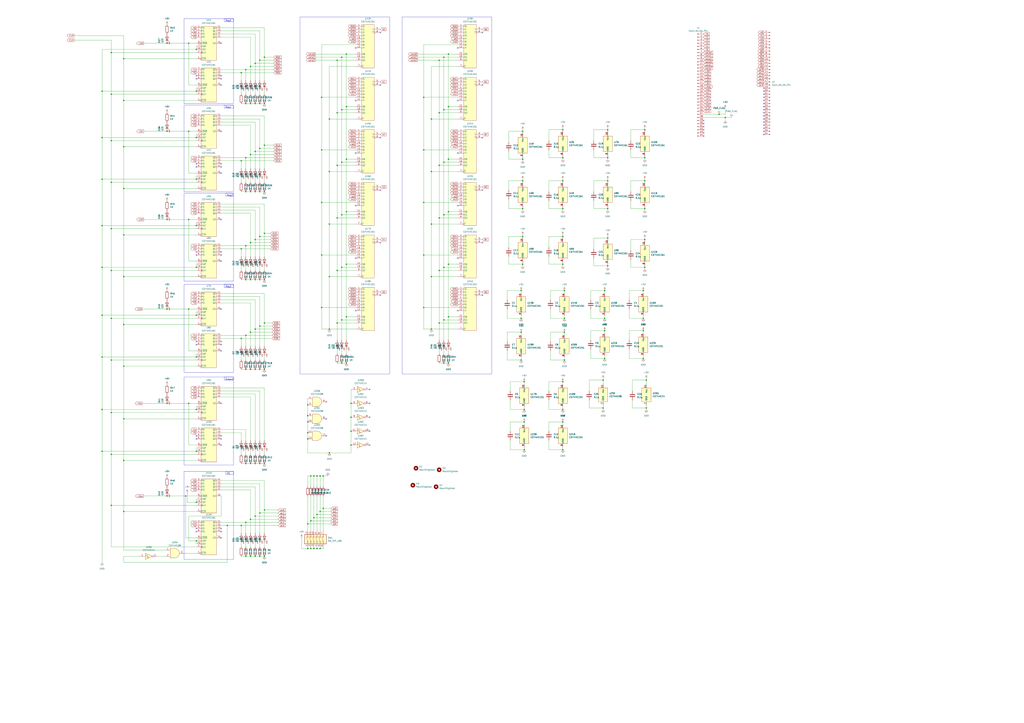
<source format=kicad_sch>
(kicad_sch (version 20230121) (generator eeschema)
  (paper "A1")
  (junction (at 161.29 185.42))
  (junction (at 255.27 427.99))
  (junction (at 213.36 194.31))
  (junction (at 529.59 148.59))
  (junction (at 264.16 80.01))
  (junction (at 354.33 97.79))
  (junction (at 137.16 407.67))
  (junction (at 280.67 262.89))
  (junction (at 347.98 80.01))
  (junction (at 429.26 217.17))
  (junction (at 205.74 273.05))
  (junction (at 280.67 90.17))
  (junction (at 83.82 370.84))
  (junction (at 529.59 171.45))
  (junction (at 270.51 140.97))
  (junction (at 270.51 372.11))
  (junction (at 83.82 147.32))
  (junction (at 496.57 238.76))
  (junction (at 198.12 431.8))
  (junction (at 430.53 313.69))
  (junction (at 252.73 360.68))
  (junction (at 499.11 129.54))
  (junction (at 595.63 96.52))
  (junction (at 364.49 262.89))
  (junction (at 462.28 369.57))
  (junction (at 368.3 44.45))
  (junction (at 186.69 431.8))
  (junction (at 280.67 46.99))
  (junction (at 280.67 219.71))
  (junction (at 463.55 261.62))
  (junction (at 83.82 336.55))
  (junction (at 499.11 195.58))
  (junction (at 201.93 275.59))
  (junction (at 101.6 227.33))
  (junction (at 198.12 204.47))
  (junction (at 209.55 424.18))
  (junction (at 91.44 222.25))
  (junction (at 201.93 229.87))
  (junction (at 496.57 261.62))
  (junction (at 217.17 265.43))
  (junction (at 499.11 148.59))
  (junction (at 205.74 457.2))
  (junction (at 280.67 176.53))
  (junction (at 288.29 365.76))
  (junction (at 528.32 294.64))
  (junction (at 529.59 196.85))
  (junction (at 347.98 123.19))
  (junction (at 217.17 229.87))
  (junction (at 255.27 450.85))
  (junction (at 213.36 421.64))
  (junction (at 360.68 92.71))
  (junction (at 462.28 217.17))
  (junction (at 368.3 87.63))
  (junction (at 364.49 46.99))
  (junction (at 83.82 219.71))
  (junction (at 201.93 85.09))
  (junction (at 213.36 457.2))
  (junction (at 368.3 260.35))
  (junction (at 213.36 267.97))
  (junction (at 201.93 303.53))
  (junction (at 161.29 444.5))
  (junction (at 137.16 254))
  (junction (at 201.93 457.2))
  (junction (at 499.11 106.68))
  (junction (at 101.6 266.7))
  (junction (at 284.48 173.99))
  (junction (at 101.6 420.37))
  (junction (at 209.55 124.46))
  (junction (at 360.68 49.53))
  (junction (at 209.55 85.09))
  (junction (at 429.26 171.45))
  (junction (at 530.86 335.28))
  (junction (at 462.28 194.31))
  (junction (at 217.17 157.48))
  (junction (at 463.55 273.05))
  (junction (at 161.29 370.84))
  (junction (at 205.74 157.48))
  (junction (at 354.33 184.15))
  (junction (at 213.36 121.92))
  (junction (at 198.12 278.13))
  (junction (at 270.51 227.33))
  (junction (at 264.16 123.19))
  (junction (at 205.74 85.09))
  (junction (at 161.29 113.03))
  (junction (at 364.49 133.35))
  (junction (at 213.36 49.53))
  (junction (at 252.73 355.6))
  (junction (at 252.73 346.71))
  (junction (at 205.74 229.87))
  (junction (at 496.57 294.64))
  (junction (at 209.55 196.85))
  (junction (at 161.29 293.37))
  (junction (at 137.16 331.47))
  (junction (at 427.99 238.76))
  (junction (at 427.99 261.62))
  (junction (at 430.53 369.57))
  (junction (at 262.89 420.37))
  (junction (at 347.98 166.37))
  (junction (at 257.81 450.85))
  (junction (at 427.99 295.91))
  (junction (at 528.32 238.76))
  (junction (at 462.28 171.45))
  (junction (at 257.81 425.45))
  (junction (at 260.35 391.16))
  (junction (at 209.55 270.51))
  (junction (at 354.33 270.51))
  (junction (at 252.73 450.85))
  (junction (at 101.6 300.99))
  (junction (at 368.3 298.45))
  (junction (at 270.51 270.51))
  (junction (at 101.6 154.94))
  (junction (at 499.11 218.44))
  (junction (at 276.86 49.53))
  (junction (at 205.74 199.39))
  (junction (at 209.55 229.87))
  (junction (at 364.49 90.17))
  (junction (at 364.49 298.45))
  (junction (at 252.73 332.74))
  (junction (at 590.55 93.98))
  (junction (at 430.53 346.71))
  (junction (at 360.68 222.25))
  (junction (at 91.44 339.09))
  (junction (at 528.32 271.78))
  (junction (at 276.86 265.43))
  (junction (at 83.82 259.08))
  (junction (at 360.68 179.07))
  (junction (at 462.28 313.69))
  (junction (at 161.29 147.32))
  (junction (at 217.17 119.38))
  (junction (at 205.74 54.61))
  (junction (at 201.93 201.93))
  (junction (at 101.6 378.46))
  (junction (at 529.59 219.71))
  (junction (at 288.29 331.47))
  (junction (at 213.36 303.53))
  (junction (at 276.86 92.71))
  (junction (at 270.51 97.79))
  (junction (at 209.55 157.48))
  (junction (at 217.17 46.99))
  (junction (at 154.94 107.95))
  (junction (at 217.17 303.53))
  (junction (at 368.3 217.17))
  (junction (at 495.3 335.28))
  (junction (at 213.36 85.09))
  (junction (at 91.44 415.29))
  (junction (at 209.55 52.07))
  (junction (at 284.48 298.45))
  (junction (at 152.4 407.67))
  (junction (at 499.11 171.45))
  (junction (at 463.55 238.76))
  (junction (at 101.6 344.17))
  (junction (at 360.68 265.43))
  (junction (at 276.86 222.25))
  (junction (at 91.44 373.38))
  (junction (at 429.26 194.31))
  (junction (at 161.29 259.08))
  (junction (at 288.29 354.33))
  (junction (at 201.93 429.26))
  (junction (at 462.28 336.55))
  (junction (at 101.6 193.04))
  (junction (at 161.29 412.75))
  (junction (at 217.17 457.2))
  (junction (at 154.94 331.47))
  (junction (at 217.17 85.09))
  (junction (at 252.73 341.63))
  (junction (at 429.26 107.95))
  (junction (at 101.6 48.26))
  (junction (at 137.16 107.95))
  (junction (at 255.27 391.16))
  (junction (at 154.94 180.34))
  (junction (at 198.12 59.69))
  (junction (at 101.6 82.55))
  (junction (at 354.33 227.33))
  (junction (at 288.29 342.9))
  (junction (at 83.82 74.93))
  (junction (at 205.74 127))
  (junction (at 217.17 381))
  (junction (at 495.3 312.42))
  (junction (at 264.16 166.37))
  (junction (at 209.55 457.2))
  (junction (at 529.59 106.68))
  (junction (at 368.3 130.81))
  (junction (at 462.28 148.59))
  (junction (at 260.35 422.91))
  (junction (at 83.82 185.42))
  (junction (at 91.44 261.62))
  (junction (at 347.98 209.55))
  (junction (at 529.59 129.54))
  (junction (at 91.44 295.91))
  (junction (at 262.89 450.85))
  (junction (at 463.55 295.91))
  (junction (at 161.29 336.55))
  (junction (at 91.44 43.18))
  (junction (at 364.49 219.71))
  (junction (at 354.33 140.97))
  (junction (at 213.36 381))
  (junction (at 429.26 130.81))
  (junction (at 530.86 312.42))
  (junction (at 161.29 219.71))
  (junction (at 91.44 187.96))
  (junction (at 201.93 381))
  (junction (at 284.48 217.17))
  (junction (at 284.48 260.35))
  (junction (at 280.67 133.35))
  (junction (at 137.16 180.34))
  (junction (at 198.12 132.08))
  (junction (at 280.67 298.45))
  (junction (at 205.74 381))
  (junction (at 217.17 191.77))
  (junction (at 276.86 135.89))
  (junction (at 257.81 391.16))
  (junction (at 201.93 129.54))
  (junction (at 161.29 40.64))
  (junction (at 364.49 176.53))
  (junction (at 427.99 273.05))
  (junction (at 360.68 135.89))
  (junction (at 347.98 252.73))
  (junction (at 201.93 57.15))
  (junction (at 217.17 419.1))
  (junction (at 462.28 346.71))
  (junction (at 213.36 229.87))
  (junction (at 154.94 254))
  (junction (at 430.53 336.55))
  (junction (at 262.89 391.16))
  (junction (at 205.74 303.53))
  (junction (at 368.3 173.99))
  (junction (at 260.35 450.85))
  (junction (at 496.57 271.78))
  (junction (at 284.48 87.63))
  (junction (at 265.43 417.83))
  (junction (at 201.93 157.48))
  (junction (at 209.55 381))
  (junction (at 91.44 149.86))
  (junction (at 137.16 35.56))
  (junction (at 101.6 120.65))
  (junction (at 154.94 35.56))
  (junction (at 264.16 252.73))
  (junction (at 284.48 130.81))
  (junction (at 83.82 293.37))
  (junction (at 270.51 184.15))
  (junction (at 213.36 157.48))
  (junction (at 209.55 303.53))
  (junction (at 429.26 148.59))
  (junction (at 83.82 113.03))
  (junction (at 252.73 430.53))
  (junction (at 264.16 209.55))
  (junction (at 462.28 129.54))
  (junction (at 528.32 261.62))
  (junction (at 91.44 115.57))
  (junction (at 462.28 106.68))
  (junction (at 276.86 179.07))
  (junction (at 284.48 44.45))
  (junction (at 161.29 74.93))
  (junction (at 205.74 426.72))
  (junction (at 265.43 391.16))
  (junction (at 91.44 77.47))
  (no_connect (at 181.61 434.34))
  (no_connect (at 375.92 125.73))
  (no_connect (at 312.42 156.21))
  (no_connect (at 396.24 113.03))
  (no_connect (at 396.24 199.39))
  (no_connect (at 161.29 209.55))
  (no_connect (at 181.61 280.67))
  (no_connect (at 181.61 142.24))
  (no_connect (at 292.1 39.37))
  (no_connect (at 627.38 105.41))
  (no_connect (at 181.61 214.63))
  (no_connect (at 161.29 64.77))
  (no_connect (at 627.38 82.55))
  (no_connect (at 577.85 104.14))
  (no_connect (at 181.61 64.77))
  (no_connect (at 161.29 358.14))
  (no_connect (at 267.97 330.2))
  (no_connect (at 312.42 26.67))
  (no_connect (at 161.29 360.68))
  (no_connect (at 161.29 434.34))
  (no_connect (at 375.92 39.37))
  (no_connect (at 303.53 331.47))
  (no_connect (at 627.38 97.79))
  (no_connect (at 181.61 207.01))
  (no_connect (at 375.92 168.91))
  (no_connect (at 577.85 99.06))
  (no_connect (at 627.38 77.47))
  (no_connect (at 375.92 82.55))
  (no_connect (at 161.29 280.67))
  (no_connect (at 181.61 69.85))
  (no_connect (at 375.92 255.27))
  (no_connect (at 181.61 365.76))
  (no_connect (at 577.85 106.68))
  (no_connect (at 181.61 134.62))
  (no_connect (at 181.61 62.23))
  (no_connect (at 312.42 113.03))
  (no_connect (at 303.53 342.9))
  (no_connect (at 627.38 110.49))
  (no_connect (at 267.97 344.17))
  (no_connect (at 396.24 69.85))
  (no_connect (at 303.53 365.76))
  (no_connect (at 181.61 436.88))
  (no_connect (at 312.42 242.57))
  (no_connect (at 181.61 209.55))
  (no_connect (at 396.24 26.67))
  (no_connect (at 627.38 74.93))
  (no_connect (at 292.1 212.09))
  (no_connect (at 627.38 80.01))
  (no_connect (at 267.97 358.14))
  (no_connect (at 161.29 436.88))
  (no_connect (at 161.29 207.01))
  (no_connect (at 181.61 137.16))
  (no_connect (at 181.61 358.14))
  (no_connect (at 577.85 101.6))
  (no_connect (at 292.1 125.73))
  (no_connect (at 161.29 62.23))
  (no_connect (at 303.53 354.33))
  (no_connect (at 181.61 107.95))
  (no_connect (at 627.38 92.71))
  (no_connect (at 303.53 320.04))
  (no_connect (at 181.61 288.29))
  (no_connect (at 292.1 82.55))
  (no_connect (at 627.38 102.87))
  (no_connect (at 627.38 90.17))
  (no_connect (at 161.29 134.62))
  (no_connect (at 181.61 331.47))
  (no_connect (at 312.42 199.39))
  (no_connect (at 161.29 137.16))
  (no_connect (at 396.24 156.21))
  (no_connect (at 627.38 85.09))
  (no_connect (at 181.61 254))
  (no_connect (at 292.1 255.27))
  (no_connect (at 161.29 283.21))
  (no_connect (at 627.38 72.39))
  (no_connect (at 181.61 180.34))
  (no_connect (at 181.61 441.96))
  (no_connect (at 181.61 35.56))
  (no_connect (at 627.38 95.25))
  (no_connect (at 375.92 212.09))
  (no_connect (at 627.38 100.33))
  (no_connect (at 312.42 69.85))
  (no_connect (at 292.1 168.91))
  (no_connect (at 577.85 111.76))
  (no_connect (at 181.61 283.21))
  (no_connect (at 627.38 107.95))
  (no_connect (at 396.24 242.57))
  (no_connect (at 627.38 87.63))
  (no_connect (at 181.61 360.68))
  (no_connect (at 577.85 109.22))
  (wire (pts (xy 101.6 378.46) (xy 101.6 420.37)))
  (wire (pts (xy 375.92 54.61) (xy 354.33 54.61)))
  (wire (pts (xy 161.29 149.86) (xy 91.44 149.86)))
  (wire (pts (xy 487.68 148.59) (xy 487.68 157.48)))
  (wire (pts (xy 161.29 144.78) (xy 161.29 147.32)))
  (wire (pts (xy 487.68 123.19) (xy 487.68 129.54)))
  (wire (pts (xy 83.82 336.55) (xy 83.82 370.84)))
  (wire (pts (xy 252.73 346.71) (xy 252.73 341.63)))
  (wire (pts (xy 91.44 43.18) (xy 91.44 77.47)))
  (wire (pts (xy 198.12 210.82) (xy 198.12 204.47)))
  (wire (pts (xy 217.17 46.99) (xy 224.79 46.99)))
  (wire (pts (xy 429.26 106.68) (xy 429.26 107.95)))
  (wire (pts (xy 198.12 445.77) (xy 198.12 449.58)))
  (wire (pts (xy 496.57 271.78) (xy 496.57 274.32)))
  (wire (pts (xy 213.36 321.31) (xy 213.36 361.95)))
  (wire (pts (xy 83.82 74.93) (xy 83.82 113.03)))
  (wire (pts (xy 137.16 107.95) (xy 154.94 107.95)))
  (wire (pts (xy 101.6 344.17) (xy 101.6 378.46)))
  (wire (pts (xy 205.74 157.48) (xy 209.55 157.48)))
  (wire (pts (xy 101.6 420.37) (xy 101.6 452.12)))
  (wire (pts (xy 101.6 266.7) (xy 101.6 300.99)))
  (wire (pts (xy 209.55 445.77) (xy 209.55 449.58)))
  (wire (pts (xy 529.59 106.68) (xy 529.59 107.95)))
  (wire (pts (xy 201.93 73.66) (xy 201.93 77.47)))
  (wire (pts (xy 450.85 148.59) (xy 462.28 148.59)))
  (wire (pts (xy 213.36 369.57) (xy 213.36 373.38)))
  (wire (pts (xy 91.44 373.38) (xy 161.29 373.38)))
  (wire (pts (xy 264.16 252.73) (xy 292.1 252.73)))
  (wire (pts (xy 354.33 227.33) (xy 375.92 227.33)))
  (wire (pts (xy 83.82 185.42) (xy 83.82 219.71)))
  (wire (pts (xy 347.98 80.01) (xy 375.92 80.01)))
  (wire (pts (xy 198.12 431.8) (xy 186.69 431.8)))
  (wire (pts (xy 462.28 106.68) (xy 462.28 107.95)))
  (wire (pts (xy 161.29 420.37) (xy 101.6 420.37)))
  (wire (pts (xy 161.29 290.83) (xy 161.29 293.37)))
  (wire (pts (xy 255.27 427.99) (xy 271.78 427.99)))
  (wire (pts (xy 161.29 77.47) (xy 91.44 77.47)))
  (wire (pts (xy 518.16 165.1) (xy 518.16 171.45)))
  (wire (pts (xy 276.86 222.25) (xy 276.86 265.43)))
  (wire (pts (xy 198.12 132.08) (xy 224.79 132.08)))
  (wire (pts (xy 284.48 87.63) (xy 284.48 130.81)))
  (wire (pts (xy 101.6 48.26) (xy 101.6 82.55)))
  (wire (pts (xy 499.11 106.68) (xy 499.11 107.95)))
  (wire (pts (xy 265.43 391.16) (xy 269.24 391.16)))
  (wire (pts (xy 259.08 46.99) (xy 280.67 46.99)))
  (wire (pts (xy 270.51 372.11) (xy 252.73 372.11)))
  (wire (pts (xy 91.44 149.86) (xy 91.44 187.96)))
  (wire (pts (xy 499.11 195.58) (xy 499.11 196.85)))
  (wire (pts (xy 213.36 243.84) (xy 213.36 267.97)))
  (wire (pts (xy 452.12 238.76) (xy 452.12 246.38)))
  (wire (pts (xy 529.59 196.85) (xy 529.59 198.12)))
  (wire (pts (xy 417.83 130.81) (xy 429.26 130.81)))
  (wire (pts (xy 252.73 430.53) (xy 252.73 435.61)))
  (wire (pts (xy 427.99 238.76) (xy 416.56 238.76)))
  (wire (pts (xy 429.26 148.59) (xy 417.83 148.59)))
  (wire (pts (xy 417.83 194.31) (xy 417.83 203.2)))
  (wire (pts (xy 262.89 391.16) (xy 265.43 391.16)))
  (wire (pts (xy 354.33 270.51) (xy 375.92 270.51)))
  (wire (pts (xy 161.29 449.58) (xy 91.44 449.58)))
  (wire (pts (xy 360.68 135.89) (xy 375.92 135.89)))
  (wire (pts (xy 280.67 219.71) (xy 280.67 262.89)))
  (wire (pts (xy 217.17 119.38) (xy 224.79 119.38)))
  (wire (pts (xy 519.43 328.93) (xy 519.43 335.28)))
  (wire (pts (xy 430.53 367.03) (xy 430.53 369.57)))
  (wire (pts (xy 417.83 107.95) (xy 429.26 107.95)))
  (wire (pts (xy 213.36 292.1) (xy 213.36 295.91)))
  (wire (pts (xy 429.26 217.17) (xy 429.26 218.44)))
  (wire (pts (xy 416.56 254) (xy 416.56 261.62)))
  (wire (pts (xy 209.55 424.18) (xy 228.6 424.18)))
  (wire (pts (xy 252.73 450.85) (xy 255.27 450.85)))
  (wire (pts (xy 161.29 222.25) (xy 91.44 222.25)))
  (wire (pts (xy 101.6 457.2) (xy 114.3 457.2)))
  (wire (pts (xy 529.59 219.71) (xy 529.59 220.98)))
  (wire (pts (xy 91.44 33.02) (xy 91.44 43.18)))
  (wire (pts (xy 364.49 133.35) (xy 375.92 133.35)))
  (wire (pts (xy 270.51 140.97) (xy 292.1 140.97)))
  (wire (pts (xy 516.89 261.62) (xy 528.32 261.62)))
  (wire (pts (xy 181.61 25.4) (xy 213.36 25.4)))
  (wire (pts (xy 91.44 339.09) (xy 91.44 373.38)))
  (wire (pts (xy 463.55 273.05) (xy 452.12 273.05)))
  (wire (pts (xy 198.12 204.47) (xy 181.61 204.47)))
  (wire (pts (xy 270.51 140.97) (xy 270.51 184.15)))
  (wire (pts (xy 260.35 422.91) (xy 260.35 435.61)))
  (wire (pts (xy 205.74 229.87) (xy 209.55 229.87)))
  (wire (pts (xy 270.51 54.61) (xy 270.51 97.79)))
  (wire (pts (xy 450.85 194.31) (xy 450.85 203.2)))
  (wire (pts (xy 284.48 173.99) (xy 292.1 173.99)))
  (wire (pts (xy 354.33 97.79) (xy 375.92 97.79)))
  (wire (pts (xy 354.33 184.15) (xy 375.92 184.15)))
  (wire (pts (xy 528.32 238.76) (xy 516.89 238.76)))
  (wire (pts (xy 181.61 129.54) (xy 201.93 129.54)))
  (wire (pts (xy 276.86 287.02) (xy 276.86 290.83)))
  (wire (pts (xy 375.92 46.99) (xy 364.49 46.99)))
  (wire (pts (xy 137.16 254) (xy 154.94 254)))
  (wire (pts (xy 217.17 46.99) (xy 217.17 66.04)))
  (wire (pts (xy 530.86 311.15) (xy 530.86 312.42)))
  (wire (pts (xy 265.43 391.16) (xy 265.43 400.05)))
  (wire (pts (xy 342.9 49.53) (xy 360.68 49.53)))
  (wire (pts (xy 347.98 166.37) (xy 375.92 166.37)))
  (wire (pts (xy 347.98 252.73) (xy 375.92 252.73)))
  (wire (pts (xy 450.85 194.31) (xy 462.28 194.31)))
  (wire (pts (xy 417.83 217.17) (xy 429.26 217.17)))
  (wire (pts (xy 427.99 259.08) (xy 427.99 261.62)))
  (wire (pts (xy 452.12 295.91) (xy 463.55 295.91)))
  (wire (pts (xy 217.17 167.64) (xy 217.17 191.77)))
  (wire (pts (xy 161.29 410.21) (xy 161.29 412.75)))
  (wire (pts (xy 417.83 124.46) (xy 417.83 130.81)))
  (wire (pts (xy 186.69 462.28) (xy 186.69 431.8)))
  (wire (pts (xy 364.49 133.35) (xy 364.49 176.53)))
  (wire (pts (xy 198.12 218.44) (xy 198.12 222.25)))
  (wire (pts (xy 154.94 444.5) (xy 154.94 424.18)))
  (wire (pts (xy 417.83 163.83) (xy 417.83 171.45)))
  (wire (pts (xy 518.16 123.19) (xy 518.16 129.54)))
  (wire (pts (xy 528.32 292.1) (xy 528.32 294.64)))
  (wire (pts (xy 429.26 194.31) (xy 429.26 195.58)))
  (wire (pts (xy 270.51 97.79) (xy 292.1 97.79)))
  (wire (pts (xy 91.44 295.91) (xy 91.44 339.09)))
  (wire (pts (xy 151.13 454.66) (xy 161.29 454.66)))
  (wire (pts (xy 201.93 129.54) (xy 201.93 138.43)))
  (wire (pts (xy 205.74 457.2) (xy 209.55 457.2)))
  (wire (pts (xy 161.29 256.54) (xy 161.29 259.08)))
  (wire (pts (xy 213.36 121.92) (xy 224.79 121.92)))
  (wire (pts (xy 252.73 360.68) (xy 252.73 355.6)))
  (wire (pts (xy 91.44 373.38) (xy 91.44 415.29)))
  (wire (pts (xy 118.11 107.95) (xy 137.16 107.95)))
  (wire (pts (xy 360.68 265.43) (xy 375.92 265.43)))
  (wire (pts (xy 161.29 227.33) (xy 101.6 227.33)))
  (wire (pts (xy 209.55 52.07) (xy 209.55 27.94)))
  (wire (pts (xy 83.82 293.37) (xy 83.82 336.55)))
  (wire (pts (xy 364.49 176.53) (xy 375.92 176.53)))
  (wire (pts (xy 209.55 292.1) (xy 209.55 295.91)))
  (wire (pts (xy 280.67 262.89) (xy 292.1 262.89)))
  (wire (pts (xy 288.29 372.11) (xy 270.51 372.11)))
  (wire (pts (xy 161.29 187.96) (xy 91.44 187.96)))
  (wire (pts (xy 252.73 372.11) (xy 252.73 360.68)))
  (wire (pts (xy 255.27 407.67) (xy 255.27 427.99)))
  (wire (pts (xy 280.67 133.35) (xy 292.1 133.35)))
  (wire (pts (xy 450.85 148.59) (xy 450.85 157.48)))
  (wire (pts (xy 217.17 445.77) (xy 217.17 449.58)))
  (wire (pts (xy 270.51 270.51) (xy 292.1 270.51)))
  (wire (pts (xy 280.67 287.02) (xy 280.67 290.83)))
  (wire (pts (xy 368.3 87.63) (xy 368.3 130.81)))
  (wire (pts (xy 364.49 219.71) (xy 364.49 262.89)))
  (wire (pts (xy 118.11 407.67) (xy 137.16 407.67)))
  (wire (pts (xy 284.48 287.02) (xy 284.48 290.83)))
  (wire (pts (xy 83.82 147.32) (xy 83.82 185.42)))
  (wire (pts (xy 181.61 424.18) (xy 181.61 407.67)))
  (wire (pts (xy 186.69 431.8) (xy 181.61 431.8)))
  (wire (pts (xy 101.6 457.2) (xy 101.6 462.28)))
  (wire (pts (xy 152.4 441.96) (xy 152.4 407.67)))
  (wire (pts (xy 154.94 288.29) (xy 154.94 254)))
  (wire (pts (xy 209.55 438.15) (xy 209.55 424.18)))
  (wire (pts (xy 364.49 262.89) (xy 364.49 279.4)))
  (wire (pts (xy 354.33 97.79) (xy 354.33 140.97)))
  (wire (pts (xy 129.54 457.2) (xy 135.89 457.2)))
  (wire (pts (xy 205.74 127) (xy 205.74 138.43)))
  (wire (pts (xy 590.55 93.98) (xy 595.63 93.98)))
  (wire (pts (xy 181.61 201.93) (xy 201.93 201.93)))
  (wire (pts (xy 417.83 148.59) (xy 417.83 156.21)))
  (wire (pts (xy 577.85 93.98) (xy 590.55 93.98)))
  (wire (pts (xy 360.68 222.25) (xy 375.92 222.25)))
  (wire (pts (xy 270.51 97.79) (xy 270.51 140.97)))
  (wire (pts (xy 288.29 342.9) (xy 288.29 354.33)))
  (wire (pts (xy 217.17 218.44) (xy 217.17 222.25)))
  (wire (pts (xy 530.86 332.74) (xy 530.86 335.28)))
  (wire (pts (xy 375.92 36.83) (xy 347.98 36.83)))
  (wire (pts (xy 154.94 35.56) (xy 161.29 35.56)))
  (wire (pts (xy 529.59 148.59) (xy 529.59 149.86)))
  (wire (pts (xy 364.49 262.89) (xy 375.92 262.89)))
  (wire (pts (xy 270.51 227.33) (xy 270.51 270.51)))
  (wire (pts (xy 347.98 209.55) (xy 375.92 209.55)))
  (wire (pts (xy 181.61 402.59) (xy 205.74 402.59)))
  (wire (pts (xy 198.12 457.2) (xy 201.93 457.2)))
  (wire (pts (xy 288.29 354.33) (xy 288.29 365.76)))
  (wire (pts (xy 201.93 429.26) (xy 201.93 438.15)))
  (wire (pts (xy 181.61 397.51) (xy 213.36 397.51)))
  (wire (pts (xy 209.55 457.2) (xy 213.36 457.2)))
  (wire (pts (xy 364.49 176.53) (xy 364.49 219.71)))
  (wire (pts (xy 427.99 273.05) (xy 416.56 273.05)))
  (wire (pts (xy 181.61 394.97) (xy 217.17 394.97)))
  (wire (pts (xy 213.36 218.44) (xy 213.36 222.25)))
  (wire (pts (xy 429.26 193.04) (xy 429.26 194.31)))
  (wire (pts (xy 161.29 217.17) (xy 161.29 219.71)))
  (wire (pts (xy 91.44 415.29) (xy 91.44 449.58)))
  (wire (pts (xy 419.1 328.93) (xy 419.1 336.55)))
  (wire (pts (xy 213.36 381) (xy 217.17 381)))
  (wire (pts (xy 217.17 73.66) (xy 217.17 77.47)))
  (wire (pts (xy 429.26 172.72) (xy 429.26 171.45)))
  (wire (pts (xy 292.1 36.83) (xy 264.16 36.83)))
  (wire (pts (xy 375.92 49.53) (xy 360.68 49.53)))
  (wire (pts (xy 429.26 148.59) (xy 429.26 147.32)))
  (wire (pts (xy 485.14 294.64) (xy 496.57 294.64)))
  (wire (pts (xy 181.61 30.48) (xy 205.74 30.48)))
  (wire (pts (xy 360.68 298.45) (xy 364.49 298.45)))
  (wire (pts (xy 364.49 287.02) (xy 364.49 290.83)))
  (wire (pts (xy 252.73 355.6) (xy 252.73 346.71)))
  (wire (pts (xy 116.84 331.47) (xy 137.16 331.47)))
  (wire (pts (xy 83.82 370.84) (xy 83.82 462.28)))
  (wire (pts (xy 161.29 261.62) (xy 91.44 261.62)))
  (wire (pts (xy 487.68 195.58) (xy 487.68 204.47)))
  (wire (pts (xy 101.6 300.99) (xy 101.6 344.17)))
  (wire (pts (xy 529.59 128.27) (xy 529.59 129.54)))
  (wire (pts (xy 161.29 74.93) (xy 83.82 74.93)))
  (wire (pts (xy 262.89 420.37) (xy 271.78 420.37)))
  (wire (pts (xy 260.35 450.85) (xy 262.89 450.85)))
  (wire (pts (xy 264.16 270.51) (xy 270.51 270.51)))
  (wire (pts (xy 462.28 105.41) (xy 462.28 106.68)))
  (wire (pts (xy 217.17 369.57) (xy 217.17 373.38)))
  (wire (pts (xy 205.74 85.09) (xy 209.55 85.09)))
  (wire (pts (xy 101.6 193.04) (xy 101.6 227.33)))
  (wire (pts (xy 209.55 196.85) (xy 222.25 196.85)))
  (wire (pts (xy 499.11 105.41) (xy 499.11 106.68)))
  (wire (pts (xy 252.73 430.53) (xy 271.78 430.53)))
  (wire (pts (xy 83.82 147.32) (xy 161.29 147.32)))
  (wire (pts (xy 528.32 259.08) (xy 528.32 261.62)))
  (wire (pts (xy 462.28 171.45) (xy 462.28 172.72)))
  (wire (pts (xy 516.89 254) (xy 516.89 261.62)))
  (wire (pts (xy 292.1 44.45) (xy 284.48 44.45)))
  (wire (pts (xy 217.17 265.43) (xy 217.17 284.48)))
  (wire (pts (xy 450.85 346.71) (xy 450.85 354.33)))
  (wire (pts (xy 265.43 417.83) (xy 271.78 417.83)))
  (wire (pts (xy 181.61 95.25) (xy 217.17 95.25)))
  (wire (pts (xy 201.93 381) (xy 205.74 381)))
  (wire (pts (xy 452.12 288.29) (xy 452.12 295.91)))
  (wire (pts (xy 205.74 73.66) (xy 205.74 77.47)))
  (wire (pts (xy 462.28 193.04) (xy 462.28 194.31)))
  (wire (pts (xy 198.12 361.95) (xy 198.12 355.6)))
  (wire (pts (xy 264.16 123.19) (xy 292.1 123.19)))
  (wire (pts (xy 280.67 219.71) (xy 292.1 219.71)))
  (wire (pts (xy 217.17 265.43) (xy 223.52 265.43)))
  (wire (pts (xy 209.55 369.57) (xy 209.55 373.38)))
  (wire (pts (xy 462.28 367.03) (xy 462.28 369.57)))
  (wire (pts (xy 280.67 46.99) (xy 280.67 90.17)))
  (wire (pts (xy 213.36 445.77) (xy 213.36 449.58)))
  (wire (pts (xy 368.3 173.99) (xy 368.3 217.17)))
  (wire (pts (xy 462.28 148.59) (xy 462.28 149.86)))
  (wire (pts (xy 257.81 450.85) (xy 260.35 450.85)))
  (wire (pts (xy 276.86 135.89) (xy 292.1 135.89)))
  (wire (pts (xy 83.82 336.55) (xy 161.29 336.55)))
  (wire (pts (xy 416.56 238.76) (xy 416.56 246.38)))
  (wire (pts (xy 518.16 171.45) (xy 529.59 171.45)))
  (wire (pts (xy 450.85 369.57) (xy 462.28 369.57)))
  (wire (pts (xy 181.61 167.64) (xy 217.17 167.64)))
  (wire (pts (xy 450.85 171.45) (xy 462.28 171.45)))
  (wire (pts (xy 101.6 82.55) (xy 101.6 120.65)))
  (wire (pts (xy 280.67 298.45) (xy 284.48 298.45)))
  (wire (pts (xy 280.67 90.17) (xy 292.1 90.17)))
  (wire (pts (xy 137.16 35.56) (xy 154.94 35.56)))
  (wire (pts (xy 450.85 106.68) (xy 462.28 106.68)))
  (wire (pts (xy 354.33 227.33) (xy 354.33 270.51)))
  (wire (pts (xy 429.26 170.18) (xy 429.26 171.45)))
  (wire (pts (xy 118.11 35.56) (xy 137.16 35.56)))
  (wire (pts (xy 485.14 287.02) (xy 485.14 294.64)))
  (wire (pts (xy 154.94 254) (xy 161.29 254)))
  (wire (pts (xy 270.51 227.33) (xy 292.1 227.33)))
  (wire (pts (xy 368.3 260.35) (xy 368.3 279.4)))
  (wire (pts (xy 217.17 191.77) (xy 222.25 191.77)))
  (wire (pts (xy 209.55 246.38) (xy 181.61 246.38)))
  (wire (pts (xy 487.68 106.68) (xy 499.11 106.68)))
  (wire (pts (xy 198.12 157.48) (xy 201.93 157.48)))
  (wire (pts (xy 518.16 213.36) (xy 518.16 219.71)))
  (wire (pts (xy 292.1 49.53) (xy 276.86 49.53)))
  (wire (pts (xy 529.59 195.58) (xy 529.59 196.85)))
  (wire (pts (xy 264.16 36.83) (xy 264.16 80.01)))
  (wire (pts (xy 530.86 312.42) (xy 530.86 316.23)))
  (wire (pts (xy 154.94 69.85) (xy 154.94 35.56)))
  (wire (pts (xy 368.3 130.81) (xy 375.92 130.81)))
  (wire (pts (xy 364.49 219.71) (xy 375.92 219.71)))
  (wire (pts (xy 499.11 148.59) (xy 499.11 149.86)))
  (wire (pts (xy 487.68 212.09) (xy 487.68 218.44)))
  (wire (pts (xy 496.57 271.78) (xy 485.14 271.78)))
  (wire (pts (xy 518.16 129.54) (xy 529.59 129.54)))
  (wire (pts (xy 292.1 87.63) (xy 284.48 87.63)))
  (wire (pts (xy 518.16 196.85) (xy 529.59 196.85)))
  (wire (pts (xy 161.29 110.49) (xy 161.29 113.03)))
  (wire (pts (xy 462.28 128.27) (xy 462.28 129.54)))
  (wire (pts (xy 198.12 229.87) (xy 201.93 229.87)))
  (wire (pts (xy 198.12 278.13) (xy 223.52 278.13)))
  (wire (pts (xy 198.12 66.04) (xy 198.12 59.69)))
  (wire (pts (xy 217.17 318.77) (xy 217.17 361.95)))
  (wire (pts (xy 499.11 170.18) (xy 499.11 171.45)))
  (wire (pts (xy 288.29 331.47) (xy 288.29 342.9)))
  (wire (pts (xy 209.55 85.09) (xy 213.36 85.09)))
  (wire (pts (xy 205.74 102.87) (xy 205.74 127)))
  (wire (pts (xy 417.83 171.45) (xy 429.26 171.45)))
  (wire (pts (xy 181.61 243.84) (xy 213.36 243.84)))
  (wire (pts (xy 209.55 303.53) (xy 213.36 303.53)))
  (wire (pts (xy 416.56 261.62) (xy 427.99 261.62)))
  (wire (pts (xy 595.63 96.52) (xy 595.63 99.06)))
  (wire (pts (xy 257.81 391.16) (xy 260.35 391.16)))
  (wire (pts (xy 499.11 128.27) (xy 499.11 129.54)))
  (wire (pts (xy 198.12 438.15) (xy 198.12 431.8)))
  (wire (pts (xy 213.36 73.66) (xy 213.36 77.47)))
  (wire (pts (xy 255.27 427.99) (xy 255.27 435.61)))
  (wire (pts (xy 280.67 176.53) (xy 280.67 219.71)))
  (wire (pts (xy 595.63 96.52) (xy 600.71 96.52)))
  (wire (pts (xy 213.36 49.53) (xy 224.79 49.53)))
  (wire (pts (xy 213.36 97.79) (xy 213.36 121.92)))
  (wire (pts (xy 462.28 346.71) (xy 462.28 349.25)))
  (wire (pts (xy 101.6 227.33) (xy 101.6 266.7)))
  (wire (pts (xy 153.67 412.75) (xy 161.29 412.75)))
  (wire (pts (xy 416.56 273.05) (xy 416.56 280.67)))
  (wire (pts (xy 496.57 292.1) (xy 496.57 294.64)))
  (wire (pts (xy 213.36 170.18) (xy 213.36 194.31)))
  (wire (pts (xy 205.74 54.61) (xy 205.74 66.04)))
  (wire (pts (xy 181.61 170.18) (xy 213.36 170.18)))
  (wire (pts (xy 205.74 402.59) (xy 205.74 426.72)))
  (wire (pts (xy 450.85 129.54) (xy 462.28 129.54)))
  (wire (pts (xy 368.3 44.45) (xy 368.3 87.63)))
  (wire (pts (xy 260.35 422.91) (xy 271.78 422.91)))
  (wire (pts (xy 276.86 298.45) (xy 280.67 298.45)))
  (wire (pts (xy 519.43 312.42) (xy 530.86 312.42)))
  (wire (pts (xy 487.68 171.45) (xy 499.11 171.45)))
  (wire (pts (xy 205.74 199.39) (xy 222.25 199.39)))
  (wire (pts (xy 257.81 407.67) (xy 257.81 425.45)))
  (wire (pts (xy 181.61 326.39) (xy 205.74 326.39)))
  (wire (pts (xy 496.57 238.76) (xy 496.57 241.3)))
  (wire (pts (xy 161.29 334.01) (xy 161.29 336.55)))
  (wire (pts (xy 260.35 407.67) (xy 260.35 422.91)))
  (wire (pts (xy 161.29 288.29) (xy 154.94 288.29)))
  (wire (pts (xy 205.74 426.72) (xy 228.6 426.72)))
  (wire (pts (xy 368.3 260.35) (xy 375.92 260.35)))
  (wire (pts (xy 260.35 391.16) (xy 262.89 391.16)))
  (wire (pts (xy 280.67 90.17) (xy 280.67 133.35)))
  (wire (pts (xy 205.74 175.26) (xy 205.74 199.39)))
  (wire (pts (xy 452.12 273.05) (xy 452.12 280.67)))
  (wire (pts (xy 181.61 429.26) (xy 201.93 429.26)))
  (wire (pts (xy 181.61 97.79) (xy 213.36 97.79)))
  (wire (pts (xy 91.44 77.47) (xy 91.44 115.57)))
  (wire (pts (xy 83.82 40.64) (xy 83.82 74.93)))
  (wire (pts (xy 419.1 369.57) (xy 430.53 369.57)))
  (wire (pts (xy 213.36 457.2) (xy 217.17 457.2)))
  (wire (pts (xy 516.89 287.02) (xy 516.89 294.64)))
  (wire (pts (xy 485.14 271.78) (xy 485.14 279.4)))
  (wire (pts (xy 419.1 336.55) (xy 430.53 336.55)))
  (wire (pts (xy 499.11 218.44) (xy 499.11 219.71)))
  (wire (pts (xy 257.81 425.45) (xy 257.81 435.61)))
  (wire (pts (xy 181.61 248.92) (xy 205.74 248.92)))
  (wire (pts (xy 205.74 199.39) (xy 205.74 210.82)))
  (wire (pts (xy 499.11 129.54) (xy 499.11 130.81)))
  (wire (pts (xy 518.16 106.68) (xy 529.59 106.68)))
  (wire (pts (xy 342.9 44.45) (xy 368.3 44.45)))
  (wire (pts (xy 101.6 154.94) (xy 101.6 193.04)))
  (wire (pts (xy 161.29 444.5) (xy 154.94 444.5)))
  (wire (pts (xy 209.55 124.46) (xy 209.55 100.33)))
  (wire (pts (xy 519.43 335.28) (xy 530.86 335.28)))
  (wire (pts (xy 213.36 194.31) (xy 213.36 210.82)))
  (wire (pts (xy 198.12 146.05) (xy 198.12 149.86)))
  (wire (pts (xy 161.29 113.03) (xy 83.82 113.03)))
  (wire (pts (xy 181.61 318.77) (xy 217.17 318.77)))
  (wire (pts (xy 416.56 288.29) (xy 416.56 295.91)))
  (wire (pts (xy 181.61 175.26) (xy 205.74 175.26)))
  (wire (pts (xy 201.93 353.06) (xy 201.93 361.95)))
  (wire (pts (xy 259.08 49.53) (xy 276.86 49.53)))
  (wire (pts (xy 499.11 171.45) (xy 499.11 172.72)))
  (wire (pts (xy 209.55 146.05) (xy 209.55 149.86)))
  (wire (pts (xy 137.16 407.67) (xy 152.4 407.67)))
  (wire (pts (xy 213.36 303.53) (xy 217.17 303.53)))
  (wire (pts (xy 181.61 275.59) (xy 201.93 275.59)))
  (wire (pts (xy 201.93 157.48) (xy 205.74 157.48)))
  (wire (pts (xy 450.85 328.93) (xy 450.85 336.55)))
  (wire (pts (xy 217.17 191.77) (xy 217.17 210.82)))
  (wire (pts (xy 209.55 361.95) (xy 209.55 323.85)))
  (wire (pts (xy 262.89 420.37) (xy 262.89 435.61)))
  (wire (pts (xy 265.43 417.83) (xy 265.43 435.61)))
  (wire (pts (xy 429.26 130.81) (xy 429.26 132.08)))
  (wire (pts (xy 201.93 146.05) (xy 201.93 149.86)))
  (wire (pts (xy 257.81 425.45) (xy 271.78 425.45)))
  (wire (pts (xy 360.68 135.89) (xy 360.68 179.07)))
  (wire (pts (xy 213.36 157.48) (xy 217.17 157.48)))
  (wire (pts (xy 161.29 266.7) (xy 101.6 266.7)))
  (wire (pts (xy 198.12 132.08) (xy 181.61 132.08)))
  (wire (pts (xy 429.26 215.9) (xy 429.26 217.17)))
  (wire (pts (xy 209.55 138.43) (xy 209.55 124.46)))
  (wire (pts (xy 205.74 273.05) (xy 205.74 284.48)))
  (wire (pts (xy 462.28 129.54) (xy 462.28 130.81)))
  (wire (pts (xy 201.93 129.54) (xy 224.79 129.54)))
  (wire (pts (xy 209.55 270.51) (xy 223.52 270.51)))
  (wire (pts (xy 198.12 292.1) (xy 198.12 295.91)))
  (wire (pts (xy 463.55 259.08) (xy 463.55 261.62)))
  (wire (pts (xy 450.85 106.68) (xy 450.85 115.57)))
  (wire (pts (xy 452.12 261.62) (xy 463.55 261.62)))
  (wire (pts (xy 101.6 120.65) (xy 101.6 154.94)))
  (wire (pts (xy 529.59 171.45) (xy 529.59 172.72)))
  (wire (pts (xy 91.44 115.57) (xy 161.29 115.57)))
  (wire (pts (xy 83.82 370.84) (xy 161.29 370.84)))
  (wire (pts (xy 427.99 238.76) (xy 427.99 241.3)))
  (wire (pts (xy 462.28 215.9) (xy 462.28 217.17)))
  (wire (pts (xy 161.29 193.04) (xy 101.6 193.04)))
  (wire (pts (xy 529.59 129.54) (xy 529.59 130.81)))
  (wire (pts (xy 347.98 36.83) (xy 347.98 80.01)))
  (wire (pts (xy 368.3 217.17) (xy 368.3 260.35)))
  (wire (pts (xy 487.68 129.54) (xy 499.11 129.54)))
  (wire (pts (xy 360.68 222.25) (xy 360.68 265.43)))
  (wire (pts (xy 430.53 313.69) (xy 419.1 313.69)))
  (wire (pts (xy 205.74 218.44) (xy 205.74 222.25)))
  (wire (pts (xy 205.74 248.92) (xy 205.74 273.05)))
  (wire (pts (xy 201.93 218.44) (xy 201.93 222.25)))
  (wire (pts (xy 161.29 415.29) (xy 91.44 415.29)))
  (wire (pts (xy 198.12 355.6) (xy 181.61 355.6)))
  (wire (pts (xy 255.27 391.16) (xy 257.81 391.16)))
  (wire (pts (xy 91.44 261.62) (xy 91.44 295.91)))
  (wire (pts (xy 198.12 59.69) (xy 224.79 59.69)))
  (wire (pts (xy 205.74 381) (xy 209.55 381)))
  (wire (pts (xy 417.83 194.31) (xy 429.26 194.31)))
  (wire (pts (xy 347.98 166.37) (xy 347.98 209.55)))
  (wire (pts (xy 347.98 209.55) (xy 347.98 252.73)))
  (wire (pts (xy 462.28 217.17) (xy 462.28 218.44)))
  (wire (pts (xy 495.3 335.28) (xy 495.3 336.55)))
  (wire (pts (xy 201.93 292.1) (xy 201.93 295.91)))
  (wire (pts (xy 118.11 180.34) (xy 137.16 180.34)))
  (wire (pts (xy 161.29 344.17) (xy 101.6 344.17)))
  (wire (pts (xy 247.65 450.85) (xy 252.73 450.85)))
  (wire (pts (xy 181.61 321.31) (xy 213.36 321.31)))
  (wire (pts (xy 264.16 123.19) (xy 264.16 166.37)))
  (wire (pts (xy 201.93 275.59) (xy 201.93 284.48)))
  (wire (pts (xy 450.85 123.19) (xy 450.85 129.54)))
  (wire (pts (xy 519.43 312.42) (xy 519.43 321.31)))
  (wire (pts (xy 280.67 176.53) (xy 292.1 176.53)))
  (wire (pts (xy 430.53 346.71) (xy 430.53 349.25)))
  (wire (pts (xy 213.36 229.87) (xy 217.17 229.87)))
  (wire (pts (xy 528.32 271.78) (xy 516.89 271.78)))
  (wire (pts (xy 217.17 419.1) (xy 228.6 419.1)))
  (wire (pts (xy 161.29 378.46) (xy 101.6 378.46)))
  (wire (pts (xy 529.59 105.41) (xy 529.59 106.68)))
  (wire (pts (xy 83.82 40.64) (xy 161.29 40.64)))
  (wire (pts (xy 213.36 121.92) (xy 213.36 138.43)))
  (wire (pts (xy 198.12 284.48) (xy 198.12 278.13)))
  (wire (pts (xy 260.35 391.16) (xy 260.35 400.05)))
  (wire (pts (xy 284.48 130.81) (xy 292.1 130.81)))
  (wire (pts (xy 487.68 165.1) (xy 487.68 171.45)))
  (wire (pts (xy 161.29 368.3) (xy 161.29 370.84)))
  (wire (pts (xy 154.94 107.95) (xy 161.29 107.95)))
  (wire (pts (xy 91.44 187.96) (xy 91.44 222.25)))
  (wire (pts (xy 201.93 429.26) (xy 228.6 429.26)))
  (wire (pts (xy 161.29 38.1) (xy 161.29 40.64)))
  (wire (pts (xy 209.55 66.04) (xy 209.55 52.07)))
  (wire (pts (xy 217.17 95.25) (xy 217.17 119.38)))
  (wire (pts (xy 284.48 44.45) (xy 284.48 87.63)))
  (wire (pts (xy 198.12 73.66) (xy 198.12 77.47)))
  (wire (pts (xy 209.55 323.85) (xy 181.61 323.85)))
  (wire (pts (xy 354.33 140.97) (xy 354.33 184.15)))
  (wire (pts (xy 347.98 123.19) (xy 375.92 123.19)))
  (wire (pts (xy 429.26 148.59) (xy 429.26 149.86)))
  (wire (pts (xy 292.1 54.61) (xy 270.51 54.61)))
  (wire (pts (xy 209.55 73.66) (xy 209.55 77.47)))
  (wire (pts (xy 417.83 210.82) (xy 417.83 217.17)))
  (wire (pts (xy 516.89 271.78) (xy 516.89 279.4)))
  (wire (pts (xy 487.68 106.68) (xy 487.68 115.57)))
  (wire (pts (xy 528.32 238.76) (xy 528.32 241.3)))
  (wire (pts (xy 252.73 391.16) (xy 255.27 391.16)))
  (wire (pts (xy 201.93 229.87) (xy 205.74 229.87)))
  (wire (pts (xy 209.55 284.48) (xy 209.55 270.51)))
  (wire (pts (xy 529.59 218.44) (xy 529.59 219.71)))
  (wire (pts (xy 209.55 100.33) (xy 181.61 100.33)))
  (wire (pts (xy 201.93 201.93) (xy 222.25 201.93)))
  (wire (pts (xy 264.16 252.73) (xy 264.16 270.51)))
  (wire (pts (xy 518.16 219.71) (xy 529.59 219.71)))
  (wire (pts (xy 205.74 326.39) (xy 205.74 361.95)))
  (wire (pts (xy 209.55 381) (xy 213.36 381)))
  (wire (pts (xy 137.16 331.47) (xy 154.94 331.47)))
  (wire (pts (xy 209.55 52.07) (xy 224.79 52.07)))
  (wire (pts (xy 416.56 295.91) (xy 427.99 295.91)))
  (wire (pts (xy 161.29 444.5) (xy 161.29 447.04)))
  (wire (pts (xy 518.16 106.68) (xy 518.16 115.57)))
  (wire (pts (xy 83.82 259.08) (xy 161.29 259.08)))
  (wire (pts (xy 419.1 313.69) (xy 419.1 321.31)))
  (wire (pts (xy 201.93 457.2) (xy 205.74 457.2)))
  (wire (pts (xy 247.65 441.96) (xy 247.65 450.85)))
  (wire (pts (xy 483.87 328.93) (xy 483.87 335.28)))
  (wire (pts (xy 284.48 130.81) (xy 284.48 173.99)))
  (wire (pts (xy 205.74 146.05) (xy 205.74 149.86)))
  (wire (pts (xy 198.12 85.09) (xy 201.93 85.09)))
  (wire (pts (xy 198.12 369.57) (xy 198.12 373.38)))
  (wire (pts (xy 429.26 129.54) (xy 429.26 130.81)))
  (wire (pts (xy 368.3 130.81) (xy 368.3 173.99)))
  (wire (pts (xy 496.57 238.76) (xy 485.14 238.76)))
  (wire (pts (xy 284.48 217.17) (xy 292.1 217.17)))
  (wire (pts (xy 483.87 312.42) (xy 495.3 312.42)))
  (wire (pts (xy 217.17 241.3) (xy 217.17 265.43)))
  (wire (pts (xy 161.29 214.63) (xy 154.94 214.63)))
  (wire (pts (xy 205.74 369.57) (xy 205.74 373.38)))
  (wire (pts (xy 354.33 184.15) (xy 354.33 227.33)))
  (wire (pts (xy 262.89 391.16) (xy 262.89 400.05)))
  (wire (pts (xy 276.86 92.71) (xy 292.1 92.71)))
  (wire (pts (xy 360.68 265.43) (xy 360.68 279.4)))
  (wire (pts (xy 213.36 146.05) (xy 213.36 149.86)))
  (wire (pts (xy 364.49 298.45) (xy 368.3 298.45)))
  (wire (pts (xy 262.89 450.85) (xy 265.43 450.85)))
  (wire (pts (xy 201.93 275.59) (xy 223.52 275.59)))
  (wire (pts (xy 462.28 334.01) (xy 462.28 336.55)))
  (wire (pts (xy 161.29 120.65) (xy 101.6 120.65)))
  (wire (pts (xy 101.6 452.12) (xy 135.89 452.12)))
  (wire (pts (xy 209.55 218.44) (xy 209.55 222.25)))
  (wire (pts (xy 201.93 85.09) (xy 205.74 85.09)))
  (wire (pts (xy 276.86 265.43) (xy 292.1 265.43)))
  (wire (pts (xy 83.82 113.03) (xy 83.82 147.32)))
  (wire (pts (xy 528.32 271.78) (xy 528.32 274.32)))
  (wire (pts (xy 83.82 259.08) (xy 83.82 293.37)))
  (wire (pts (xy 83.82 219.71) (xy 83.82 259.08)))
  (wire (pts (xy 181.61 22.86) (xy 217.17 22.86)))
  (wire (pts (xy 462.28 170.18) (xy 462.28 171.45)))
  (wire (pts (xy 264.16 209.55) (xy 292.1 209.55)))
  (wire (pts (xy 577.85 96.52) (xy 595.63 96.52)))
  (wire (pts (xy 209.55 424.18) (xy 209.55 400.05)))
  (wire (pts (xy 284.48 260.35) (xy 292.1 260.35)))
  (wire (pts (xy 153.67 405.13) (xy 153.67 412.75)))
  (wire (pts (xy 213.36 49.53) (xy 213.36 66.04)))
  (wire (pts (xy 91.44 222.25) (xy 91.44 261.62)))
  (wire (pts (xy 154.94 365.76) (xy 154.94 331.47)))
  (wire (pts (xy 161.29 219.71) (xy 83.82 219.71)))
  (wire (pts (xy 430.53 346.71) (xy 419.1 346.71)))
  (wire (pts (xy 209.55 27.94) (xy 181.61 27.94)))
  (wire (pts (xy 137.16 180.34) (xy 154.94 180.34)))
  (wire (pts (xy 213.36 397.51) (xy 213.36 421.64)))
  (wire (pts (xy 152.4 407.67) (xy 161.29 407.67)))
  (wire (pts (xy 209.55 400.05) (xy 181.61 400.05)))
  (wire (pts (xy 450.85 361.95) (xy 450.85 369.57)))
  (wire (pts (xy 450.85 165.1) (xy 450.85 171.45)))
  (wire (pts (xy 161.29 69.85) (xy 154.94 69.85)))
  (wire (pts (xy 288.29 320.04) (xy 288.29 331.47)))
  (wire (pts (xy 452.12 254) (xy 452.12 261.62)))
  (wire (pts (xy 499.11 147.32) (xy 499.11 148.59)))
  (wire (pts (xy 161.29 365.76) (xy 154.94 365.76)))
  (wire (pts (xy 485.14 261.62) (xy 496.57 261.62)))
  (wire (pts (xy 161.29 185.42) (xy 83.82 185.42)))
  (wire (pts (xy 354.33 54.61) (xy 354.33 97.79)))
  (wire (pts (xy 161.29 82.55) (xy 101.6 82.55)))
  (wire (pts (xy 217.17 146.05) (xy 217.17 149.86)))
  (wire (pts (xy 518.16 148.59) (xy 518.16 157.48)))
  (wire (pts (xy 154.94 331.47) (xy 161.29 331.47)))
  (wire (pts (xy 205.74 127) (xy 224.79 127)))
  (wire (pts (xy 201.93 369.57) (xy 201.93 373.38)))
  (wire (pts (xy 101.6 29.21) (xy 101.6 48.26)))
  (wire (pts (xy 368.3 173.99) (xy 375.92 173.99)))
  (wire (pts (xy 255.27 450.85) (xy 257.81 450.85)))
  (wire (pts (xy 360.68 179.07) (xy 375.92 179.07)))
  (wire (pts (xy 116.84 254) (xy 137.16 254)))
  (wire (pts (xy 264.16 166.37) (xy 292.1 166.37)))
  (wire (pts (xy 364.49 90.17) (xy 364.49 133.35)))
  (wire (pts (xy 161.29 48.26) (xy 101.6 48.26)))
  (wire (pts (xy 276.86 92.71) (xy 276.86 135.89)))
  (wire (pts (xy 209.55 270.51) (xy 209.55 246.38)))
  (wire (pts (xy 217.17 22.86) (xy 217.17 46.99)))
  (wire (pts (xy 499.11 217.17) (xy 499.11 218.44)))
  (wire (pts (xy 264.16 80.01) (xy 264.16 123.19)))
  (wire (pts (xy 347.98 270.51) (xy 354.33 270.51)))
  (wire (pts (xy 276.86 222.25) (xy 292.1 222.25)))
  (wire (pts (xy 276.86 135.89) (xy 276.86 179.07)))
  (wire (pts (xy 270.51 184.15) (xy 292.1 184.15)))
  (wire (pts (xy 427.99 273.05) (xy 427.99 275.59)))
  (wire (pts (xy 217.17 419.1) (xy 217.17 438.15)))
  (wire (pts (xy 213.36 421.64) (xy 228.6 421.64)))
  (wire (pts (xy 288.29 365.76) (xy 288.29 372.11)))
  (wire (pts (xy 284.48 217.17) (xy 284.48 260.35)))
  (wire (pts (xy 462.28 346.71) (xy 450.85 346.71)))
  (wire (pts (xy 530.86 335.28) (xy 530.86 336.55)))
  (wire (pts (xy 483.87 312.42) (xy 483.87 321.31)))
  (wire (pts (xy 417.83 107.95) (xy 417.83 116.84)))
  (wire (pts (xy 276.86 179.07) (xy 292.1 179.07)))
  (wire (pts (xy 252.73 341.63) (xy 252.73 332.74)))
  (wire (pts (xy 419.1 346.71) (xy 419.1 354.33)))
  (wire (pts (xy 462.28 313.69) (xy 462.28 316.23)))
  (wire (pts (xy 284.48 260.35) (xy 284.48 279.4)))
  (wire (pts (xy 450.85 210.82) (xy 450.85 217.17)))
  (wire (pts (xy 463.55 238.76) (xy 463.55 241.3)))
  (wire (pts (xy 264.16 80.01) (xy 292.1 80.01)))
  (wire (pts (xy 201.93 303.53) (xy 205.74 303.53)))
  (wire (pts (xy 364.49 46.99) (xy 364.49 90.17)))
  (wire (pts (xy 485.14 254) (xy 485.14 261.62)))
  (wire (pts (xy 217.17 119.38) (xy 217.17 138.43)))
  (wire (pts (xy 462.28 147.32) (xy 462.28 148.59)))
  (wire (pts (xy 364.49 90.17) (xy 375.92 90.17)))
  (wire (pts (xy 161.29 182.88) (xy 161.29 185.42)))
  (wire (pts (xy 209.55 172.72) (xy 181.61 172.72)))
  (wire (pts (xy 529.59 147.32) (xy 529.59 148.59)))
  (wire (pts (xy 495.3 332.74) (xy 495.3 335.28)))
  (wire (pts (xy 161.29 72.39) (xy 161.29 74.93)))
  (wire (pts (xy 181.61 57.15) (xy 201.93 57.15)))
  (wire (pts (xy 450.85 336.55) (xy 462.28 336.55)))
  (wire (pts (xy 252.73 391.16) (xy 252.73 400.05)))
  (wire (pts (xy 91.44 295.91) (xy 161.29 295.91)))
  (wire (pts (xy 276.86 49.53) (xy 276.86 92.71)))
  (wire (pts (xy 181.61 102.87) (xy 205.74 102.87)))
  (wire (pts (xy 595.63 93.98) (xy 595.63 88.9)))
  (wire (pts (xy 198.12 138.43) (xy 198.12 132.08)))
  (wire (pts (xy 60.96 29.21) (xy 101.6 29.21)))
  (wire (pts (xy 280.67 133.35) (xy 280.67 176.53)))
  (wire (pts (xy 368.3 217.17) (xy 375.92 217.17)))
  (wire (pts (xy 198.12 59.69) (xy 181.61 59.69)))
  (wire (pts (xy 518.16 148.59) (xy 529.59 148.59)))
  (wire (pts (xy 213.36 267.97) (xy 213.36 284.48)))
  (wire (pts (xy 463.55 293.37) (xy 463.55 295.91)))
  (wire (pts (xy 257.81 391.16) (xy 257.81 400.05)))
  (wire (pts (xy 198.12 381) (xy 201.93 381)))
  (wire (pts (xy 161.29 339.09) (xy 91.44 339.09)))
  (wire (pts (xy 209.55 229.87) (xy 213.36 229.87)))
  (wire (pts (xy 516.89 294.64) (xy 528.32 294.64)))
  (wire (pts (xy 205.74 445.77) (xy 205.74 449.58)))
  (wire (pts (xy 181.61 241.3) (xy 217.17 241.3)))
  (wire (pts (xy 264.16 166.37) (xy 264.16 209.55)))
  (wire (pts (xy 205.74 426.72) (xy 205.74 438.15)))
  (wire (pts (xy 276.86 265.43) (xy 276.86 279.4)))
  (wire (pts (xy 201.93 445.77) (xy 201.93 449.58)))
  (wire (pts (xy 292.1 46.99) (xy 280.67 46.99)))
  (wire (pts (xy 252.73 332.74) (xy 252.73 327.66)))
  (wire (pts (xy 485.14 238.76) (xy 485.14 246.38)))
  (wire (pts (xy 161.29 441.96) (xy 152.4 441.96)))
  (wire (pts (xy 430.53 313.69) (xy 430.53 316.23)))
  (wire (pts (xy 419.1 361.95) (xy 419.1 369.57)))
  (wire (pts (xy 487.68 195.58) (xy 499.11 195.58)))
  (wire (pts (xy 462.28 194.31) (xy 462.28 195.58)))
  (wire (pts (xy 161.29 300.99) (xy 101.6 300.99)))
  (wire (pts (xy 201.93 57.15) (xy 201.93 66.04)))
  (wire (pts (xy 427.99 293.37) (xy 427.99 295.91)))
  (wire (pts (xy 270.51 184.15) (xy 270.51 227.33)))
  (wire (pts (xy 483.87 335.28) (xy 495.3 335.28)))
  (wire (pts (xy 205.74 303.53) (xy 209.55 303.53)))
  (wire (pts (xy 375.92 44.45) (xy 368.3 44.45)))
  (wire (pts (xy 252.73 407.67) (xy 252.73 430.53)))
  (wire (pts (xy 495.3 311.15) (xy 495.3 312.42)))
  (wire (pts (xy 60.96 33.02) (xy 91.44 33.02)))
  (wire (pts (xy 495.3 312.42) (xy 495.3 316.23)))
  (wire (pts (xy 213.36 25.4) (xy 213.36 49.53)))
  (wire (pts (xy 347.98 252.73) (xy 347.98 270.51)))
  (wire (pts (xy 360.68 92.71) (xy 375.92 92.71)))
  (wire (pts (xy 360.68 287.02) (xy 360.68 290.83)))
  (wire (pts (xy 360.68 49.53) (xy 360.68 92.71)))
  (wire (pts (xy 259.08 44.45) (xy 284.48 44.45)))
  (wire (pts (xy 209.55 157.48) (xy 213.36 157.48)))
  (wire (pts (xy 201.93 201.93) (xy 201.93 210.82)))
  (wire (pts (xy 101.6 462.28) (xy 186.69 462.28)))
  (wire (pts (xy 161.29 142.24) (xy 154.94 142.24)))
  (wire (pts (xy 154.94 180.34) (xy 161.29 180.34)))
  (wire (pts (xy 487.68 148.59) (xy 499.11 148.59)))
  (wire (pts (xy 280.67 262.89) (xy 280.67 279.4)))
  (wire (pts (xy 154.94 214.63) (xy 154.94 180.34)))
  (wire (pts (xy 154.94 142.24) (xy 154.94 107.95)))
  (wire (pts (xy 496.57 259.08) (xy 496.57 261.62)))
  (wire (pts (xy 347.98 80.01) (xy 347.98 123.19)))
  (wire (pts (xy 205.74 30.48) (xy 205.74 54.61)))
  (wire (pts (xy 91.44 115.57) (xy 91.44 149.86)))
  (wire (pts (xy 213.36 194.31) (xy 222.25 194.31)))
  (wire (pts (xy 262.89 407.67) (xy 262.89 420.37)))
  (wire (pts (xy 181.61 353.06) (xy 201.93 353.06)))
  (wire (pts (xy 354.33 140.97) (xy 375.92 140.97)))
  (wire (pts (xy 516.89 238.76) (xy 516.89 246.38)))
  (wire (pts (xy 529.59 170.18) (xy 529.59 171.45)))
  (wire (pts (xy 161.29 154.94) (xy 101.6 154.94)))
  (wire (pts (xy 347.98 123.19) (xy 347.98 166.37)))
  (wire (pts (xy 342.9 46.99) (xy 364.49 46.99)))
  (wire (pts (xy 518.16 196.85) (xy 518.16 205.74)))
  (wire (pts (xy 213.36 85.09) (xy 217.17 85.09)))
  (wire (pts (xy 368.3 287.02) (xy 368.3 290.83)))
  (wire (pts (xy 201.93 57.15) (xy 224.79 57.15)))
  (wire (pts (xy 284.48 173.99) (xy 284.48 217.17)))
  (wire (pts (xy 198.12 204.47) (xy 222.25 204.47)))
  (wire (pts (xy 463.55 273.05) (xy 463.55 275.59)))
  (wire (pts (xy 462.28 313.69) (xy 450.85 313.69)))
  (wire (pts (xy 198.12 431.8) (xy 228.6 431.8)))
  (wire (pts (xy 360.68 179.07) (xy 360.68 222.25)))
  (wire (pts (xy 91.44 43.18) (xy 161.29 43.18)))
  (wire (pts (xy 499.11 194.31) (xy 499.11 195.58)))
  (wire (pts (xy 154.94 424.18) (xy 181.61 424.18)))
  (wire (pts (xy 209.55 210.82) (xy 209.55 196.85)))
  (wire (pts (xy 360.68 92.71) (xy 360.68 135.89)))
  (wire (pts (xy 198.12 278.13) (xy 181.61 278.13)))
  (wire (pts (xy 217.17 394.97) (xy 217.17 419.1)))
  (wire (pts (xy 205.74 292.1) (xy 205.74 295.91)))
  (wire (pts (xy 83.82 293.37) (xy 161.29 293.37)))
  (wire (pts (xy 213.36 421.64) (xy 213.36 438.15)))
  (wire (pts (xy 255.27 391.16) (xy 255.27 400.05)))
  (wire (pts (xy 198.12 303.53) (xy 201.93 303.53)))
  (wire (pts (xy 276.86 179.07) (xy 276.86 222.25)))
  (wire (pts (xy 209.55 196.85) (xy 209.55 172.72)))
  (wire (pts (xy 205.74 273.05) (xy 223.52 273.05)))
  (wire (pts (xy 264.16 209.55) (xy 264.16 252.73)))
  (wire (pts (xy 375.92 87.63) (xy 368.3 87.63)))
  (wire (pts (xy 430.53 334.01) (xy 430.53 336.55)))
  (wire (pts (xy 217.17 292.1) (xy 217.17 295.91)))
  (wire (pts (xy 265.43 407.67) (xy 265.43 417.83)))
  (wire (pts (xy 205.74 54.61) (xy 224.79 54.61)))
  (wire (pts (xy 487.68 218.44) (xy 499.11 218.44)))
  (wire (pts (xy 213.36 267.97) (xy 223.52 267.97)))
  (wire (pts (xy 450.85 217.17) (xy 462.28 217.17)))
  (wire (pts (xy 450.85 313.69) (xy 450.85 321.31)))
  (wire (pts (xy 463.55 238.76) (xy 452.12 238.76)))
  (wire (pts (xy 429.26 107.95) (xy 429.26 109.22)))
  (wire (pts (xy 209.55 124.46) (xy 224.79 124.46)))
  (rectangle (start 151.13 158.75) (end 191.77 231.14))
  (rectangle (start 151.13 387.35) (end 191.77 459.74))
  (rectangle (start 330.2 13.97) (end 403.86 307.34))
  (rectangle (start 151.13 309.88) (end 191.77 382.27))
  (rectangle (start 151.13 15.24) (end 191.77 85.09))
  (rectangle (start 151.13 86.36) (end 191.77 157.48))
  (rectangle (start 246.38 13.97) (end 320.04 307.34))
  (rectangle (start 151.13 233.68) (end 191.77 306.07))
  (text_box "Reg3" (at 184.15 233.68 0) (size 7.62 2.54) (effects (font (size 1.27 1.27)) (justify left top)))
  (text_box "Reg0\n" (at 184.15 15.24 0) (size 7.62 2.54) (effects (font (size 1.27 1.27)) (justify left top)))
  (text_box "Reg1\n" (at 184.15 86.36 0) (size 7.62 2.54) (effects (font (size 1.27 1.27)) (justify left top)))
  (text_box "Output\n" (at 184.15 309.88 0) (size 7.62 2.54) (effects (font (size 1.27 1.27)) (justify left top)))
  (text_box "Reg2\n" (at 185.42 158.75 0) (size 6.35 2.54) (effects (font (size 1.27 1.27)) (justify left top)))
  (text_box "PC" (at 185.42 387.35 0) (size 6.35 2.54) (effects (font (size 1.27 1.27)) (justify left top)))
  (global_label "LD2" (shape output) (at 118.11 180.34 180) (property "Intersheetrefs" "${INTERSHEET_REFS}" (effects hide)))
  (global_label "R13" (shape output) (at 292.1 153.67 180) (property "Intersheetrefs" "${INTERSHEET_REFS}" (effects hide)))
  (global_label "B3" (shape output) (at 627.38 49.53 180) (property "Intersheetrefs" "${INTERSHEET_REFS}" (effects hide)))
  (global_label "sela0" (shape output) (at 259.08 44.45 180) (property "Intersheetrefs" "${INTERSHEET_REFS}" (effects hide)))
  (global_label "Ip3" (shape output) (at 375.92 161.29 180) (property "Intersheetrefs" "${INTERSHEET_REFS}" (effects hide)))
  (global_label "pc5" (shape output) (at 627.38 69.85 180) (property "Intersheetrefs" "${INTERSHEET_REFS}" (effects hide)))
  (global_label "LDo" (shape output) (at 116.84 331.47 180) (property "Intersheetrefs" "${INTERSHEET_REFS}" (effects hide)))
  (global_label "Y1" (shape output) (at 161.29 97.79 180) (property "Intersheetrefs" "${INTERSHEET_REFS}" (effects hide)))
  (global_label "LD2" (shape input) (at 577.85 63.5 0) (property "Intersheetrefs" "${INTERSHEET_REFS}" (effects hide)))
  (global_label "R11" (shape input) (at 224.79 121.92 0) (property "Intersheetrefs" "${INTERSHEET_REFS}" (effects hide)))
  (global_label "R05" (shape input) (at 224.79 59.69 0) (property "Intersheetrefs" "${INTERSHEET_REFS}" (effects hide)))
  (global_label "Y4" (shape input) (at 577.85 38.1 0) (property "Intersheetrefs" "${INTERSHEET_REFS}" (effects hide)))
  (global_label "Im2" (shape input) (at 577.85 78.74 0) (property "Intersheetrefs" "${INTERSHEET_REFS}" (effects hide)))
  (global_label "B1" (shape input) (at 396.24 67.31 0) (property "Intersheetrefs" "${INTERSHEET_REFS}" (effects hide)))
  (global_label "R04" (shape output) (at 292.1 194.31 180) (property "Intersheetrefs" "${INTERSHEET_REFS}" (effects hide)))
  (global_label "R01" (shape output) (at 292.1 64.77 180) (property "Intersheetrefs" "${INTERSHEET_REFS}" (effects hide)))
  (global_label "Im1" (shape input) (at 577.85 76.2 0) (property "Intersheetrefs" "${INTERSHEET_REFS}" (effects hide)))
  (global_label "R24" (shape output) (at 292.1 199.39 180) (property "Intersheetrefs" "${INTERSHEET_REFS}" (effects hide)))
  (global_label "R35" (shape output) (at 292.1 245.11 180) (property "Intersheetrefs" "${INTERSHEET_REFS}" (effects hide)))
  (global_label "Im2" (shape output) (at 292.1 120.65 180) (property "Intersheetrefs" "${INTERSHEET_REFS}" (effects hide)))
  (global_label "R12" (shape output) (at 292.1 110.49 180) (property "Intersheetrefs" "${INTERSHEET_REFS}" (effects hide)))
  (global_label "Y4" (shape output) (at 161.29 201.93 180) (property "Intersheetrefs" "${INTERSHEET_REFS}" (effects hide)))
  (global_label "R22" (shape output) (at 375.92 113.03 180) (property "Intersheetrefs" "${INTERSHEET_REFS}" (effects hide)))
  (global_label "Y1" (shape output) (at 161.29 25.4 180) (property "Intersheetrefs" "${INTERSHEET_REFS}" (effects hide)))
  (global_label "R04" (shape output) (at 375.92 194.31 180) (property "Intersheetrefs" "${INTERSHEET_REFS}" (effects hide)))
  (global_label "Im5" (shape output) (at 292.1 250.19 180) (property "Intersheetrefs" "${INTERSHEET_REFS}" (effects hide)))
  (global_label "Y0" (shape output) (at 161.29 318.77 180) (property "Intersheetrefs" "${INTERSHEET_REFS}" (effects hide)))
  (global_label "Y1" (shape output) (at 161.29 170.18 180) (property "Intersheetrefs" "${INTERSHEET_REFS}" (effects hide)))
  (global_label "R34" (shape output) (at 292.1 201.93 180) (property "Intersheetrefs" "${INTERSHEET_REFS}" (effects hide)))
  (global_label "pc2" (shape input) (at 228.6 424.18 0) (property "Intersheetrefs" "${INTERSHEET_REFS}" (effects hide)))
  (global_label "R34" (shape input) (at 223.52 275.59 0) (property "Intersheetrefs" "${INTERSHEET_REFS}" (effects hide)))
  (global_label "Y5" (shape output) (at 161.29 59.69 180) (property "Intersheetrefs" "${INTERSHEET_REFS}" (effects hide)))
  (global_label "R13" (shape input) (at 224.79 127 0) (property "Intersheetrefs" "${INTERSHEET_REFS}" (effects hide)))
  (global_label "Y0" (shape output) (at 161.29 167.64 180) (property "Intersheetrefs" "${INTERSHEET_REFS}" (effects hide)))
  (global_label "R23" (shape output) (at 292.1 156.21 180) (property "Intersheetrefs" "${INTERSHEET_REFS}" (effects hide)))
  (global_label "Y4" (shape output) (at 161.29 129.54 180) (property "Intersheetrefs" "${INTERSHEET_REFS}" (effects hide)))
  (global_label "R23" (shape output) (at 375.92 156.21 180) (property "Intersheetrefs" "${INTERSHEET_REFS}" (effects hide)))
  (global_label "R25" (shape input) (at 222.25 204.47 0) (property "Intersheetrefs" "${INTERSHEET_REFS}" (effects hide)))
  (global_label "Y3" (shape output) (at 161.29 175.26 180) (property "Intersheetrefs" "${INTERSHEET_REFS}" (effects hide)))
  (global_label "R03" (shape output) (at 375.92 151.13 180) (property "Intersheetrefs" "${INTERSHEET_REFS}" (effects hide)))
  (global_label "Y4" (shape output) (at 161.29 353.06 180) (property "Intersheetrefs" "${INTERSHEET_REFS}" (effects hide)))
  (global_label "Ip3" (shape output) (at 292.1 161.29 180) (property "Intersheetrefs" "${INTERSHEET_REFS}" (effects hide)))
  (global_label "Y0" (shape output) (at 161.29 22.86 180) (property "Intersheetrefs" "${INTERSHEET_REFS}" (effects hide)))
  (global_label "Ip2" (shape output) (at 375.92 118.11 180) (property "Intersheetrefs" "${INTERSHEET_REFS}" (effects hide)))
  (global_label "Y2" (shape output) (at 161.29 323.85 180) (property "Intersheetrefs" "${INTERSHEET_REFS}" (effects hide)))
  (global_label "selb2" (shape output) (at 342.9 49.53 180) (property "Intersheetrefs" "${INTERSHEET_REFS}" (effects hide)))
  (global_label "R35" (shape output) (at 375.92 245.11 180) (property "Intersheetrefs" "${INTERSHEET_REFS}" (effects hide)))
  (global_label "Y1" (shape input) (at 577.85 30.48 0) (property "Intersheetrefs" "${INTERSHEET_REFS}" (effects hide)))
  (global_label "R00" (shape output) (at 292.1 21.59 180) (property "Intersheetrefs" "${INTERSHEET_REFS}" (effects hide)))
  (global_label "sela1" (shape output) (at 259.08 46.99 180) (property "Intersheetrefs" "${INTERSHEET_REFS}" (effects hide)))
  (global_label "B1" (shape output) (at 627.38 44.45 180) (property "Intersheetrefs" "${INTERSHEET_REFS}" (effects hide)))
  (global_label "R01" (shape input) (at 224.79 49.53 0) (property "Intersheetrefs" "${INTERSHEET_REFS}" (effects hide)))
  (global_label "Y2" (shape output) (at 161.29 172.72 180) (property "Intersheetrefs" "${INTERSHEET_REFS}" (effects hide)))
  (global_label "R02" (shape output) (at 375.92 107.95 180) (property "Intersheetrefs" "${INTERSHEET_REFS}" (effects hide)))
  (global_label "Y3" (shape input) (at 577.85 35.56 0) (property "Intersheetrefs" "${INTERSHEET_REFS}" (effects hide)))
  (global_label "Y5" (shape output) (at 161.29 278.13 180) (property "Intersheetrefs" "${INTERSHEET_REFS}" (effects hide)))
  (global_label "B5" (shape input) (at 396.24 240.03 0) (property "Intersheetrefs" "${INTERSHEET_REFS}" (effects hide)))
  (global_label "B3" (shape input) (at 396.24 153.67 0) (property "Intersheetrefs" "${INTERSHEET_REFS}" (effects hide)))
  (global_label "Im0" (shape output) (at 292.1 34.29 180) (property "Intersheetrefs" "${INTERSHEET_REFS}" (effects hide)))
  (global_label "R02" (shape input) (at 224.79 52.07 0) (property "Intersheetrefs" "${INTERSHEET_REFS}" (effects hide)))
  (global_label "Y3" (shape output) (at 161.29 102.87 180) (property "Intersheetrefs" "${INTERSHEET_REFS}" (effects hide)))
  (global_label "R00" (shape output) (at 375.92 21.59 180) (property "Intersheetrefs" "${INTERSHEET_REFS}" (effects hide)))
  (global_label "A2" (shape input) (at 312.42 110.49 0) (property "Intersheetrefs" "${INTERSHEET_REFS}" (effects hide)))
  (global_label "R33" (shape output) (at 375.92 158.75 180) (property "Intersheetrefs" "${INTERSHEET_REFS}" (effects hide)))
  (global_label "LD1" (shape input) (at 577.85 60.96 0) (property "Intersheetrefs" "${INTERSHEET_REFS}" (effects hide)))
  (global_label "Y0" (shape output) (at 161.29 95.25 180) (property "Intersheetrefs" "${INTERSHEET_REFS}" (effects hide)))
  (global_label "R20" (shape input) (at 222.25 191.77 0) (property "Intersheetrefs" "${INTERSHEET_REFS}" (effects hide)))
  (global_label "Im0" (shape output) (at 375.92 34.29 180) (property "Intersheetrefs" "${INTERSHEET_REFS}" (effects hide)))
  (global_label "R25" (shape output) (at 292.1 242.57 180) (property "Intersheetrefs" "${INTERSHEET_REFS}" (effects hide)))
  (global_label "Ip5" (shape output) (at 292.1 247.65 180) (property "Intersheetrefs" "${INTERSHEET_REFS}" (effects hide)))
  (global_label "Im3" (shape input) (at 577.85 81.28 0) (property "Intersheetrefs" "${INTERSHEET_REFS}" (effects hide)))
  (global_label "Y2" (shape output) (at 161.29 27.94 180) (property "Intersheetrefs" "${INTERSHEET_REFS}" (effects hide)))
  (global_label "Im1" (shape output) (at 375.92 77.47 180) (property "Intersheetrefs" "${INTERSHEET_REFS}" (effects hide)))
  (global_label "R24" (shape input) (at 222.25 201.93 0) (property "Intersheetrefs" "${INTERSHEET_REFS}" (effects hide)))
  (global_label "R31" (shape input) (at 223.52 267.97 0) (property "Intersheetrefs" "${INTERSHEET_REFS}" (effects hide)))
  (global_label "B4" (shape input) (at 396.24 196.85 0) (property "Intersheetrefs" "${INTERSHEET_REFS}" (effects hide)))
  (global_label "B4" (shape output) (at 627.38 52.07 180) (property "Intersheetrefs" "${INTERSHEET_REFS}" (effects hide)))
  (global_label "A4" (shape input) (at 312.42 196.85 0) (property "Intersheetrefs" "${INTERSHEET_REFS}" (effects hide)))
  (global_label "R11" (shape output) (at 292.1 67.31 180) (property "Intersheetrefs" "${INTERSHEET_REFS}" (effects hide)))
  (global_label "R12" (shape output) (at 375.92 110.49 180) (property "Intersheetrefs" "${INTERSHEET_REFS}" (effects hide)))
  (global_label "Y4" (shape output) (at 161.29 429.26 180) (property "Intersheetrefs" "${INTERSHEET_REFS}" (effects hide)))
  (global_label "pc1" (shape output) (at 627.38 59.69 180) (property "Intersheetrefs" "${INTERSHEET_REFS}" (effects hide)))
  (global_label "pc0" (shape output) (at 627.38 57.15 180) (property "Intersheetrefs" "${INTERSHEET_REFS}" (effects hide)))
  (global_label "Y3" (shape output) (at 161.29 248.92 180) (property "Intersheetrefs" "${INTERSHEET_REFS}" (effects hide)))
  (global_label "R12" (shape input) (at 224.79 124.46 0) (property "Intersheetrefs" "${INTERSHEET_REFS}" (effects hide)))
  (global_label "Y5" (shape output) (at 161.29 431.8 180) (property "Intersheetrefs" "${INTERSHEET_REFS}" (effects hide)))
  (global_label "selb0" (shape output) (at 342.9 44.45 180) (property "Intersheetrefs" "${INTERSHEET_REFS}" (effects hide)))
  (global_label "selb1" (shape input) (at 577.85 53.34 0) (property "Intersheetrefs" "${INTERSHEET_REFS}" (effects hide)))
  (global_label "pc5" (shape input) (at 228.6 431.8 0) (property "Intersheetrefs" "${INTERSHEET_REFS}" (effects hide)))
  (global_label "A0" (shape output) (at 627.38 26.67 180) (property "Intersheetrefs" "${INTERSHEET_REFS}" (effects hide)))
  (global_label "LD0" (shape input) (at 577.85 58.42 0) (property "Intersheetrefs" "${INTERSHEET_REFS}" (effects hide)))
  (global_label "R10" (shape input) (at 224.79 119.38 0) (property "Intersheetrefs" "${INTERSHEET_REFS}" (effects hide)))
  (global_label "Im3" (shape output) (at 292.1 163.83 180) (property "Intersheetrefs" "${INTERSHEET_REFS}" (effects hide)))
  (global_label "R21" (shape output) (at 375.92 69.85 180) (property "Intersheetrefs" "${INTERSHEET_REFS}" (effects hide)))
  (global_label "R03" (shape output) (at 292.1 151.13 180) (property "Intersheetrefs" "${INTERSHEET_REFS}" (effects hide)))
  (global_label "Ip1" (shape input) (at 271.78 420.37 0) (property "Intersheetrefs" "${INTERSHEET_REFS}" (effects hide)))
  (global_label "Y5" (shape input) (at 577.85 40.64 0) (property "Intersheetrefs" "${INTERSHEET_REFS}" (effects hide)))
  (global_label "Y1" (shape output) (at 161.29 243.84 180) (property "Intersheetrefs" "${INTERSHEET_REFS}" (effects hide)))
  (global_label "R23" (shape input) (at 222.25 199.39 0) (property "Intersheetrefs" "${INTERSHEET_REFS}" (effects hide)))
  (global_label "A0" (shape input) (at 312.42 24.13 0) (property "Intersheetrefs" "${INTERSHEET_REFS}" (effects hide)))
  (global_label "Ip4" (shape input) (at 271.78 427.99 0) (property "Intersheetrefs" "${INTERSHEET_REFS}" (effects hide)))
  (global_label "Y5" (shape output) (at 161.29 355.6 180) (property "Intersheetrefs" "${INTERSHEET_REFS}" (effects hide)))
  (global_label "R04" (shape input) (at 224.79 57.15 0) (property "Intersheetrefs" "${INTERSHEET_REFS}" (effects hide)))
  (global_label "Y1" (shape output) (at 161.29 321.31 180) (property "Intersheetrefs" "${INTERSHEET_REFS}" (effects hide)))
  (global_label "R32" (shape output) (at 375.92 115.57 180) (property "Intersheetrefs" "${INTERSHEET_REFS}" (effects hide)))
  (global_label "Im3" (shape output) (at 375.92 163.83 180) (property "Intersheetrefs" "${INTERSHEET_REFS}" (effects hide)))
  (global_label "R34" (shape output) (at 375.92 201.93 180) (property "Intersheetrefs" "${INTERSHEET_REFS}" (effects hide)))
  (global_label "R05" (shape output) (at 375.92 237.49 180) (property "Intersheetrefs" "${INTERSHEET_REFS}" (effects hide)))
  (global_label "Ip2" (shape input) (at 271.78 422.91 0) (property "Intersheetrefs" "${INTERSHEET_REFS}" (effects hide)))
  (global_label "R31" (shape output) (at 375.92 72.39 180) (property "Intersheetrefs" "${INTERSHEET_REFS}" (effects hide)))
  (global_label "Y2" (shape output) (at 161.29 100.33 180) (property "Intersheetrefs" "${INTERSHEET_REFS}" (effects hide)))
  (global_label "R11" (shape output) (at 375.92 67.31 180) (property "Intersheetrefs" "${INTERSHEET_REFS}" (effects hide)))
  (global_label "Y1" (shape output) (at 161.29 397.51 180) (property "Intersheetrefs" "${INTERSHEET_REFS}" (effects hide)))
  (global_label "CLR" (shape input) (at 577.85 88.9 0) (property "Intersheetrefs" "${INTERSHEET_REFS}" (effects hide)))
  (global_label "pc4" (shape input) (at 228.6 429.26 0) (property "Intersheetrefs" "${INTERSHEET_REFS}" (effects hide)))
  (global_label "Ip0" (shape input) (at 271.78 417.83 0) (property "Intersheetrefs" "${INTERSHEET_REFS}" (effects hide)))
  (global_label "Ip4" (shape output) (at 292.1 204.47 180) (property "Intersheetrefs" "${INTERSHEET_REFS}" (effects hide)))
  (global_label "R10" (shape output) (at 292.1 24.13 180) (property "Intersheetrefs" "${INTERSHEET_REFS}" (effects hide)))
  (global_label "Im2" (shape output) (at 375.92 120.65 180) (property "Intersheetrefs" "${INTERSHEET_REFS}" (effects hide)))
  (global_label "R15" (shape output) (at 375.92 240.03 180) (property "Intersheetrefs" "${INTERSHEET_REFS}" (effects hide)))
  (global_label "selb1" (shape output) (at 342.9 46.99 180) (property "Intersheetrefs" "${INTERSHEET_REFS}" (effects hide)))
  (global_label "LD3" (shape output) (at 116.84 254 180) (property "Intersheetrefs" "${INTERSHEET_REFS}" (effects hide)))
  (global_label "Y2" (shape output) (at 161.29 246.38 180) (property "Intersheetrefs" "${INTERSHEET_REFS}" (effects hide)))
  (global_label "R21" (shape output) (at 292.1 69.85 180) (property "Intersheetrefs" "${INTERSHEET_REFS}" (effects hide)))
  (global_label "Y2" (shape output) (at 161.29 400.05 180) (property "Intersheetrefs" "${INTERSHEET_REFS}" (effects hide)))
  (global_label "Y4" (shape output) (at 161.29 57.15 180) (property "Intersheetrefs" "${INTERSHEET_REFS}" (effects hide)))
  (global_label "A1" (shape output) (at 627.38 29.21 180) (property "Intersheetrefs" "${INTERSHEET_REFS}" (effects hide)))
  (global_label "Im4" (shape output) (at 292.1 207.01 180) (property "Intersheetrefs" "${INTERSHEET_REFS}" (effects hide)))
  (global_label "R30" (shape output) (at 292.1 29.21 180) (property "Intersheetrefs" "${INTERSHEET_REFS}" (effects hide)))
  (global_label "Ip5" (shape input) (at 271.78 430.53 0) (property "Intersheetrefs" "${INTERSHEET_REFS}" (effects hide)))
  (global_label "R03" (shape input) (at 224.79 54.61 0) (property "Intersheetrefs" "${INTERSHEET_REFS}" (effects hide)))
  (global_label "Im4" (shape output) (at 375.92 207.01 180) (property "Intersheetrefs" "${INTERSHEET_REFS}" (effects hide)))
  (global_label "R32" (shape output) (at 292.1 115.57 180) (property "Intersheetrefs" "${INTERSHEET_REFS}" (effects hide)))
  (global_label "A2" (shape output) (at 627.38 31.75 180) (property "Intersheetrefs" "${INTERSHEET_REFS}" (effects hide)))
  (global_label "A4" (shape output) (at 627.38 36.83 180) (property "Intersheetrefs" "${INTERSHEET_REFS}" (effects hide)))
  (global_label "R32" (shape input) (at 223.52 270.51 0) (property "Intersheetrefs" "${INTERSHEET_REFS}" (effects hide)))
  (global_label "R15" (shape input) (at 224.79 132.08 0) (property "Intersheetrefs" "${INTERSHEET_REFS}" (effects hide)))
  (global_label "Y3" (shape output) (at 161.29 326.39 180) (property "Intersheetrefs" "${INTERSHEET_REFS}" (effects hide)))
  (global_label "Y0" (shape output) (at 161.29 394.97 180) (property "Intersheetrefs" "${INTERSHEET_REFS}" (effects hide)))
  (global_label "sela2" (shape output) (at 259.08 49.53 180) (property "Intersheetrefs" "${INTERSHEET_REFS}" (effects hide)))
  (global_label "R33" (shape output) (at 292.1 158.75 180) (property "Intersheetrefs" "${INTERSHEET_REFS}" (effects hide)))
  (global_label "Ip3" (shape input) (at 271.78 425.45 0) (property "Intersheetrefs" "${INTERSHEET_REFS}" (effects hide)))
  (global_label "Y2" (shape input) (at 577.85 33.02 0) (property "Intersheetrefs" "${INTERSHEET_REFS}" (effects hide)))
  (global_label "Y0" (shape input) (at 577.85 27.94 0) (property "Intersheetrefs" "${INTERSHEET_REFS}" (effects hide)))
  (global_label "pc2" (shape output) (at 627.38 62.23 180) (property "Intersheetrefs" "${INTERSHEET_REFS}" (effects hide)))
  (global_label "R14" (shape output) (at 375.92 196.85 180) (property "Intersheetrefs" "${INTERSHEET_REFS}" (effects hide)))
  (global_label "Im5" (shape output) (at 375.92 250.19 180) (property "Intersheetrefs" "${INTERSHEET_REFS}" (effects hide)))
  (global_label "sela1" (shape input) (at 577.85 45.72 0) (property "Intersheetrefs" "${INTERSHEET_REFS}" (effects hide)))
  (global_label "selb2" (shape input) (at 577.85 55.88 0) (property "Intersheetrefs" "${INTERSHEET_REFS}" (effects hide)))
  (global_label "Y3" (shape output) (at 161.29 402.59 180) (property "Intersheetrefs" "${INTERSHEET_REFS}" (effects hide)))
  (global_label "Im4" (shape input) (at 577.85 83.82 0) (property "Intersheetrefs" "${INTERSHEET_REFS}" (effects hide)))
  (global_label "sela0" (shape input) (at 577.85 43.18 0) (property "Intersheetrefs" "${INTERSHEET_REFS}" (effects hide)))
  (global_label "LDpc" (shape input) (at 577.85 71.12 0) (property "Intersheetrefs" "${INTERSHEET_REFS}" (effects hide)))
  (global_label "B0" (shape input) (at 396.24 24.13 0) (property "Intersheetrefs" "${INTERSHEET_REFS}" (effects hide)))
  (global_label "CLR" (shape output) (at 60.96 29.21 180) (property "Intersheetrefs" "${INTERSHEET_REFS}" (effects hide)))
  (global_label "R10" (shape output) (at 375.92 24.13 180) (property "Intersheetrefs" "${INTERSHEET_REFS}" (effects hide)))
  (global_label "A5" (shape input) (at 312.42 240.03 0) (property "Intersheetrefs" "${INTERSHEET_REFS}" (effects hide)))
  (global_label "Im5" (shape input) (at 577.85 86.36 0) (property "Intersheetrefs" "${INTERSHEET_REFS}" (effects hide)))
  (global_label "R30" (shape input) (at 223.52 265.43 0) (property "Intersheetrefs" "${INTERSHEET_REFS}" (effects hide)))
  (global_label "R31" (shape output) (at 292.1 72.39 180) (property "Intersheetrefs" "${INTERSHEET_REFS}" (effects hide)))
  (global_label "R20" (shape output) (at 375.92 26.67 180) (property "Intersheetrefs" "${INTERSHEET_REFS}" (effects hide)))
  (global_label "sela2" (shape input) (at 577.85 48.26 0) (property "Intersheetrefs" "${INTERSHEET_REFS}" (effects hide)))
  (global_label "Ip1" (shape output) (at 292.1 74.93 180) (property "Intersheetrefs" "${INTERSHEET_REFS}" (effects hide)))
  (global_label "R20" (shape output) (at 292.1 26.67 180) (property "Intersheetrefs" "${INTERSHEET_REFS}" (effects hide)))
  (global_label "Y0" (shape output) (at 161.29 241.3 180) (property "Intersheetrefs" "${INTERSHEET_REFS}" (effects hide)))
  (global_label "Im0" (shape input) (at 577.85 73.66 0) (property "Intersheetrefs" "${INTERSHEET_REFS}" (effects hide)))
  (global_label "R25" (shape output) (at 375.92 242.57 180) (property "Intersheetrefs" "${INTERSHEET_REFS}" (effects hide)))
  (global_label "A3" (shape input) (at 312.42 153.67 0) (property "Intersheetrefs" "${INTERSHEET_REFS}" (effects hide)))
  (global_label "LD0" (shape output) (at 118.11 35.56 180) (property "Intersheetrefs" "${INTERSHEET_REFS}" (effects hide)))
  (global_label "R00" (shape input) (at 224.79 46.99 0) (property "Intersheetrefs" "${INTERSHEET_REFS}" (effects hide)))
  (global_label "LDpc" (shape output) (at 118.11 407.67 180) (property "Intersheetrefs" "${INTERSHEET_REFS}" (effects hide)))
  (global_label "R21" (shape input) (at 222.25 194.31 0) (property "Intersheetrefs" "${INTERSHEET_REFS}" (effects hide)))
  (global_label "R22" (shape output) (at 292.1 113.03 180) (property "Intersheetrefs" "${INTERSHEET_REFS}" (effects hide)))
  (global_label "R13" (shape output) (at 375.92 153.67 180) (property "Intersheetrefs" "${INTERSHEET_REFS}" (effects hide)))
  (global_label "Im1" (shape output) (at 292.1 77.47 180) (property "Intersheetrefs" "${INTERSHEET_REFS}" (effects hide)))
  (global_label "Ip4" (shape output) (at 375.92 204.47 180) (property "Intersheetrefs" "${INTERSHEET_REFS}" (effects hide)))
  (global_label "B0" (shape output) (at 627.38 41.91 180) (property "Intersheetrefs" "${INTERSHEET_REFS}" (effects hide)))
  (global_label "pc0" (shape input) (at 228.6 419.1 0) (property "Intersheetrefs" "${INTERSHEET_REFS}" (effects hide)))
  (global_label "R22" (shape input) (at 222.25 196.85 0) (property "Intersheetrefs" "${INTERSHEET_REFS}" (effects hide)))
  (global_label "A3" (shape output) (at 627.38 34.29 180) (property "Intersheetrefs" "${INTERSHEET_REFS}" (effects hide)))
  (global_label "B2" (shape output) (at 627.38 46.99 180) (property "Intersheetrefs" "${INTERSHEET_REFS}" (effects hide)))
  (global_label "CLK" (shape input) (at 577.85 91.44 0) (property "Intersheetrefs" "${INTERSHEET_REFS}" (effects hide)))
  (global_label "B5" (shape output) (at 627.38 54.61 180) (property "Intersheetrefs" "${INTERSHEET_REFS}" (effects hide)))
  (global_label "Ip0" (shape output) (at 292.1 31.75 180) (property "Intersheetrefs" "${INTERSHEET_REFS}" (effects hide)))
  (global_label "Y5" (shape output) (at 161.29 132.08 180) (property "Intersheetrefs" "${INTERSHEET_REFS}" (effects hide)))
  (global_label "pc3" (shape input) (at 228.6 426.72 0) (property "Intersheetrefs" "${INTERSHEET_REFS}" (effects hide)))
  (global_label "R14" (shape input) (at 224.79 129.54 0) (property "Intersheetrefs" "${INTERSHEET_REFS}" (effects hide)))
  (global_label "B2" (shape input) (at 396.24 110.49 0) (property "Intersheetrefs" "${INTERSHEET_REFS}" (effects hide)))
  (global_label "Y5" (shape output) (at 161.29 204.47 180) (property "Intersheetrefs" "${INTERSHEET_REFS}" (effects hide)))
  (global_label "pc3" (shape output) (at 627.38 64.77 180) (property "Intersheetrefs" "${INTERSHEET_REFS}" (effects hide)))
  (global_label "R15" (shape output) (at 292.1 240.03 180) (property "Intersheetrefs" "${INTERSHEET_REFS}" (effects hide)))
  (global_label "Ip0" (shape output) (at 375.92 31.75 180) (property "Intersheetrefs" "${INTERSHEET_REFS}" (effects hide)))
  (global_label "R05" (shape output) (at 292.1 237.49 180) (property "Intersheetrefs" "${INTERSHEET_REFS}" (effects hide)))
  (global_label "Y3" (shape output) (at 161.29 30.48 180) (property "Intersheetrefs" "${INTERSHEET_REFS}" (effects hide)))
  (global_label "CLK" (shape output) (at 60.96 33.02 180) (property "Intersheetrefs" "${INTERSHEET_REFS}" (effects hide)))
  (global_label "pc4" (shape output) (at 627.38 67.31 180) (property "Intersheetrefs" "${INTERSHEET_REFS}" (effects hide)))
  (global_label "R02" (shape output) (at 292.1 107.95 180) (property "Intersheetrefs" "${INTERSHEET_REFS}" (effects hide)))
  (global_label "Ip1" (shape output) (at 375.92 74.93 180) (property "Intersheetrefs" "${INTERSHEET_REFS}" (effects hide)))
  (global_label "R33" (shape input) (at 223.52 273.05 0) (property "Intersheetrefs" "${INTERSHEET_REFS}" (effects hide)))
  (global_label "R01" (shape output) (at 375.92 64.77 180) (property "Intersheetrefs" "${INTERSHEET_REFS}" (effects hide)))
  (global_label "pc1" (shape input) (at 228.6 421.64 0) (property "Intersheetrefs" "${INTERSHEET_REFS}" (effects hide)))
  (global_label "Ip5" (shape output) (at 375.92 247.65 180) (property "Intersheetrefs" "${INTERSHEET_REFS}" (effects hide)))
  (global_label "LD3" (shape input) (at 577.85 66.04 0) (property "Intersheetrefs" "${INTERSHEET_REFS}" (effects hide)))
  (global_label "A5" (shape output) (at 627.38 39.37 180) (property "Intersheetrefs" "${INTERSHEET_REFS}" (effects hide)))
  (global_label "Ip2" (shape output) (at 292.1 118.11 180) (property "Intersheetrefs" "${INTERSHEET_REFS}" (effects hide)))
  (global_label "R30" (shape output) (at 375.92 29.21 180) (property "Intersheetrefs" "${INTERSHEET_REFS}" (effects hide)))
  (global_label "R24" (shape output) (at 375.92 199.39 180) (property "Intersheetrefs" "${INTERSHEET_REFS}" (effects hide)))
  (global_label "Y4" (shape output) (at 161.29 275.59 180) (property "Intersheetrefs" "${INTERSHEET_REFS}" (effects hide)))
  (global_label "R14" (shape output) (at 292.1 196.85 180) (property "Intersheetrefs" "${INTERSHEET_REFS}" (effects hide)))
  (global_label "A1" (shape input) (at 312.42 67.31 0) (property "Intersheetrefs" "${INTERSHEET_REFS}" (effects hide)))
  (global_label "R35" (shape input) (at 223.52 278.13 0) (property "Intersheetrefs" "${INTERSHEET_REFS}" (effects hide)))
  (global_label "LD1" (shape output) (at 118.11 107.95 180) (property "Intersheetrefs" "${INTERSHEET_REFS}" (effects hide)))
  (global_label "selb0" (shape input) (at 577.85 50.8 0) (property "Intersheetrefs" "${INTERSHEET_REFS}" (effects hide)))
  (global_label "LDo" (shape input) (at 577.85 68.58 0) (property "Intersheetrefs" "${INTERSHEET_REFS}" (effects hide)))
  (symbol (lib_id "power:+5V") (at 429.26 193.04 0) (unit 1)
    (property "Reference" "#PWR054" (effects hide))
    (property "Value" "+5V" (at 429.26 187.96 0))
  )
  (symbol (lib_id "Device:R") (at 205.74 453.39 0) (unit 1)
    (property "Reference" "R3" (at 208.28 452.12 0) (effects (justify left)))
    (property "Value" "1K" (at 208.28 454.66 0) (effects (justify left)))
    (property "Footprint" "Resistor_THT:R_Axial_DIN0207_L6.3mm_D2.5mm_P10.16mm_Horizontal" (effects hide))
  )
  (symbol (lib_id "power:GND") (at 529.59 220.98 0) (unit 1)
    (property "Reference" "#PWR069" (effects hide))
    (property "Value" "GND" (at 529.59 226.06 0))
  )
  (symbol (lib_id "power:GND") (at 429.26 132.08 0) (unit 1)
    (property "Reference" "#PWR047" (effects hide))
    (property "Value" "GND" (at 429.26 137.16 0))
  )
  (symbol (lib_id "Device:LED") (at 201.93 288.29 90) (unit 1)
    (property "Reference" "D8" (at 195.58 289.8775 0))
    (property "Value" "LED" (at 198.12 289.8775 0))
    (property "Footprint" "LED_THT:LED_D3.0mm" (effects hide))
  )
  (symbol (lib_id "Device:C") (at 516.89 250.19 0) (unit 1)
    (property "Reference" "C4" (at 520.7 248.92 0) (effects (justify left)))
    (property "Value" "0.1μ" (at 520.7 251.46 0) (effects (justify left)))
    (property "Footprint" "Capacitor_THT:C_Disc_D5.0mm_W2.5mm_P2.50mm" (effects hide))
  )
  (symbol (lib_id "power:+5V") (at 462.28 147.32 0) (unit 1)
    (property "Reference" "#PWR052" (effects hide))
    (property "Value" "+5V" (at 462.28 142.24 0))
  )
  (symbol (lib_id "Device:R") (at 137.16 396.24 0) (unit 1)
    (property "Reference" "R48" (at 139.7 394.97 0) (effects (justify left)))
    (property "Value" "1K" (at 139.7 397.51 0) (effects (justify left)))
    (property "Footprint" "Resistor_THT:R_Axial_DIN0207_L6.3mm_D2.5mm_P10.16mm_Horizontal" (effects hide))
  )
  (symbol (lib_id "Device:R") (at 284.48 294.64 0) (unit 1)
    (property "Reference" "R51" (at 287.02 293.37 0) (effects (justify left)))
    (property "Value" "1K" (at 287.02 295.91 0) (effects (justify left)))
    (property "Footprint" "Resistor_THT:R_Axial_DIN0207_L6.3mm_D2.5mm_P10.16mm_Horizontal" (effects hide))
  )
  (symbol (lib_id "CD74HCxx:CD74HC14") (at 295.91 331.47 0) (unit 3)
    (property "Reference" "U26" (at 296.2275 323.85 0))
    (property "Value" "CD74HC14" (at 296.2275 326.39 0))
    (property "Footprint" "Package_DIP:DIP-14_W7.62mm_Socket" (effects hide))
  )
  (symbol (lib_id "CD74HCxx:CD74HC161") (at 171.45 69.85 0) (unit 1)
    (property "Reference" "U2" (at 171.45 50.8 0))
    (property "Value" "CD74HC161" (at 171.45 53.34 0))
    (property "Footprint" "Package_DIP:DIP-16_W7.62mm_Socket" (effects hide))
  )
  (symbol (lib_id "power:GND") (at 499.11 219.71 0) (unit 1)
    (property "Reference" "#PWR063" (effects hide))
    (property "Value" "GND" (at 499.11 224.79 0))
  )
  (symbol (lib_id "CD74HCxx:CD74HC161") (at 462.28 118.11 0) (unit 2)
    (property "Reference" "U2" (at 467.36 116.84 0) (effects (justify left)))
    (property "Value" "CD74HC161" (at 467.36 119.38 0) (effects (justify left)))
    (property "Footprint" "Package_DIP:DIP-16_W7.62mm_Socket" (effects hide))
  )
  (symbol (lib_id "Device:LED") (at 205.74 288.29 90) (unit 1)
    (property "Reference" "D9" (at 199.39 289.8775 0))
    (property "Value" "LED" (at 201.93 289.8775 0))
    (property "Footprint" "LED_THT:LED_D3.0mm" (effects hide))
  )
  (symbol (lib_id "power:+5V") (at 137.16 392.43 0) (unit 1)
    (property "Reference" "#PWR019" (effects hide))
    (property "Value" "+5V" (at 137.16 387.35 0))
  )
  (symbol (lib_id "Device:R") (at 209.55 299.72 0) (unit 1)
    (property "Reference" "R16" (at 212.09 298.45 0) (effects (justify left)))
    (property "Value" "1K" (at 212.09 300.99 0) (effects (justify left)))
    (property "Footprint" "Resistor_THT:R_Axial_DIN0207_L6.3mm_D2.5mm_P10.16mm_Horizontal" (effects hide))
  )
  (symbol (lib_id "CD74HCxx:CD74HC161") (at 429.26 205.74 0) (unit 2)
    (property "Reference" "U5" (at 434.34 204.47 0) (effects (justify left)))
    (property "Value" "CD74HC161" (at 434.34 207.01 0) (effects (justify left)))
    (property "Footprint" "Package_DIP:DIP-16_W7.62mm_Socket" (effects hide))
  )
  (symbol (lib_id "Device:LED") (at 368.3 283.21 90) (unit 1)
    (property "Reference" "D48" (at 361.95 284.7975 0))
    (property "Value" "LED" (at 364.49 284.7975 0))
    (property "Footprint" "LED_THT:LED_D3.0mm" (effects hide))
  )
  (symbol (lib_id "Device:R") (at 213.36 81.28 0) (unit 1)
    (property "Reference" "R35" (at 215.9 80.01 0) (effects (justify left)))
    (property "Value" "1K" (at 215.9 82.55 0) (effects (justify left)))
    (property "Footprint" "Resistor_THT:R_Axial_DIN0207_L6.3mm_D2.5mm_P10.16mm_Horizontal" (effects hide))
  )
  (symbol (lib_id "power:GND") (at 499.11 130.81 0) (unit 1)
    (property "Reference" "#PWR059" (effects hide))
    (property "Value" "GND" (at 499.11 135.89 0))
  )
  (symbol (lib_id "power:GND") (at 496.57 261.62 0) (unit 1)
    (property "Reference" "#PWR027" (effects hide))
    (property "Value" "GND" (at 496.57 266.7 0))
  )
  (symbol (lib_id "Device:LED") (at 137.16 31.75 90) (unit 1)
    (property "Reference" "D37" (at 130.81 33.3375 0))
    (property "Value" "LED" (at 133.35 33.3375 0))
    (property "Footprint" "LED_THT:LED_D3.0mm" (effects hide))
  )
  (symbol (lib_id "Device:LED") (at 198.12 365.76 90) (unit 1)
    (property "Reference" "D1" (at 191.77 367.3475 0))
    (property "Value" "LED" (at 194.31 367.3475 0))
    (property "Footprint" "LED_THT:LED_D3.0mm" (effects hide))
  )
  (symbol (lib_id "power:GND") (at 217.17 229.87 0) (unit 1)
    (property "Reference" "#PWR04" (effects hide))
    (property "Value" "GND" (at 217.17 234.95 0))
  )
  (symbol (lib_id "power:+5V") (at 528.32 271.78 0) (unit 1)
    (property "Reference" "#PWR040" (effects hide))
    (property "Value" "+5V" (at 528.32 266.7 0))
  )
  (symbol (lib_id "CD74HCxx:CD74HC08") (at 260.35 358.14 0) (unit 4)
    (property "Reference" "U25" (at 260.35 349.25 0))
    (property "Value" "CD74HC08" (at 260.35 351.79 0))
    (property "Footprint" "Package_DIP:DIP-14_W7.62mm_Socket" (effects hide))
  )
  (symbol (lib_id "Device:C") (at 518.16 161.29 0) (unit 1)
    (property "Reference" "C23" (at 521.97 160.02 0) (effects (justify left)))
    (property "Value" "0.1μ" (at 521.97 162.56 0) (effects (justify left)))
    (property "Footprint" "Capacitor_THT:C_Disc_D5.0mm_W2.5mm_P2.50mm" (effects hide))
  )
  (symbol (lib_id "power:+5V") (at 595.63 88.9 0) (unit 1)
    (property "Reference" "#PWR074" (effects hide))
    (property "Value" "+5V" (at 595.63 83.82 0))
  )
  (symbol (lib_id "CD74HCxx:CD74HC161") (at 171.45 180.34 0) (unit 1)
    (property "Reference" "U5" (at 171.45 161.29 0))
    (property "Value" "CD74HC161" (at 171.45 163.83 0))
    (property "Footprint" "Package_DIP:DIP-16_W7.62mm_Socket" (effects hide))
  )
  (symbol (lib_id "CD74HCxx:CD74HC161") (at 171.45 254 0) (unit 1)
    (property "Reference" "U7" (at 171.45 234.95 0))
    (property "Value" "CD74HC161" (at 171.45 237.49 0))
    (property "Footprint" "Package_DIP:DIP-16_W7.62mm_Socket" (effects hide))
  )
  (symbol (lib_id "Device:C") (at 519.43 325.12 0) (unit 1)
    (property "Reference" "C26" (at 523.24 323.85 0) (effects (justify left)))
    (property "Value" "0.1μ" (at 523.24 326.39 0) (effects (justify left)))
    (property "Footprint" "Capacitor_THT:C_Disc_D5.0mm_W2.5mm_P2.50mm" (effects hide))
  )
  (symbol (lib_id "CD74HCxx:CD74HC151") (at 427.99 284.48 0) (unit 2)
    (property "Reference" "U19" (at 433.07 283.21 0) (effects (justify left)))
    (property "Value" "CD74HC151" (at 433.07 285.75 0) (effects (justify left)))
    (property "Footprint" "Package_DIP:DIP-16_W7.62mm_Socket" (effects hide))
  )
  (symbol (lib_id "Device:LED") (at 137.16 250.19 90) (unit 1)
    (property "Reference" "D40" (at 130.81 251.7775 0))
    (property "Value" "LED" (at 133.35 251.7775 0))
    (property "Footprint" "LED_THT:LED_D3.0mm" (effects hide))
  )
  (symbol (lib_id "CD74HCxx:CD74HC08") (at 260.35 344.17 0) (unit 3)
    (property "Reference" "U25" (at 260.35 335.28 0))
    (property "Value" "CD74HC08" (at 260.35 337.82 0))
    (property "Footprint" "Package_DIP:DIP-14_W7.62mm_Socket" (effects hide))
  )
  (symbol (lib_id "Device:LED") (at 276.86 283.21 90) (unit 1)
    (property "Reference" "D43" (at 270.51 284.7975 0))
    (property "Value" "LED" (at 273.05 284.7975 0))
    (property "Footprint" "LED_THT:LED_D3.0mm" (effects hide))
  )
  (symbol (lib_id "power:GND") (at 429.26 218.44 0) (unit 1)
    (property "Reference" "#PWR055" (effects hide))
    (property "Value" "GND" (at 429.26 223.52 0))
  )
  (symbol (lib_id "CD74HCxx:CD74HC14") (at 121.92 457.2 0) (unit 1)
    (property "Reference" "U26" (at 122.2375 449.58 0))
    (property "Value" "CD74HC14" (at 122.2375 452.12 0))
    (property "Footprint" "Package_DIP:DIP-14_W7.62mm_Socket" (effects hide))
  )
  (symbol (lib_id "Device:C") (at 487.68 119.38 0) (unit 1)
    (property "Reference" "C19" (at 491.49 118.11 0) (effects (justify left)))
    (property "Value" "0.1μ" (at 491.49 120.65 0) (effects (justify left)))
    (property "Footprint" "Capacitor_THT:C_Disc_D5.0mm_W2.5mm_P2.50mm" (effects hide))
  )
  (symbol (lib_id "power:GND") (at 496.57 294.64 0) (unit 1)
    (property "Reference" "#PWR039" (effects hide))
    (property "Value" "GND" (at 496.57 299.72 0))
  )
  (symbol (lib_id "CD74HCxx:CD74HC08") (at 260.35 330.2 0) (unit 2)
    (property "Reference" "U25" (at 260.35 321.31 0))
    (property "Value" "CD74HC08" (at 260.35 323.85 0))
    (property "Footprint" "Package_DIP:DIP-14_W7.62mm_Socket" (effects hide))
  )
  (symbol (lib_id "Device:R") (at 280.67 294.64 0) (unit 1)
    (property "Reference" "R50" (at 283.21 293.37 0) (effects (justify left)))
    (property "Value" "1K" (at 283.21 295.91 0) (effects (justify left)))
    (property "Footprint" "Resistor_THT:R_Axial_DIN0207_L6.3mm_D2.5mm_P10.16mm_Horizontal" (effects hide))
  )
  (symbol (lib_id "power:GND") (at 463.55 261.62 0) (unit 1)
    (property "Reference" "#PWR025" (effects hide))
    (property "Value" "GND" (at 463.55 266.7 0))
  )
  (symbol (lib_id "Device:LED") (at 205.74 214.63 90) (unit 1)
    (property "Reference" "D15" (at 199.39 216.2175 0))
    (property "Value" "LED" (at 201.93 216.2175 0))
    (property "Footprint" "LED_THT:LED_D3.0mm" (effects hide))
  )
  (symbol (lib_id "power:+5V") (at 528.32 238.76 0) (unit 1)
    (property "Reference" "#PWR028" (effects hide))
    (property "Value" "+5V" (at 528.32 233.68 0))
  )
  (symbol (lib_id "power:+5V") (at 462.28 193.04 0) (unit 1)
    (property "Reference" "#PWR056" (effects hide))
    (property "Value" "+5V" (at 462.28 187.96 0))
  )
  (symbol (lib_id "Device:C") (at 485.14 283.21 0) (unit 1)
    (property "Reference" "C9" (at 488.95 281.94 0) (effects (justify left)))
    (property "Value" "0.1μ" (at 488.95 284.48 0) (effects (justify left)))
    (property "Footprint" "Capacitor_THT:C_Disc_D5.0mm_W2.5mm_P2.50mm" (effects hide))
  )
  (symbol (lib_id "Device:R") (at 201.93 299.72 0) (unit 1)
    (property "Reference" "R14" (at 204.47 298.45 0) (effects (justify left)))
    (property "Value" "1K" (at 204.47 300.99 0) (effects (justify left)))
    (property "Footprint" "Resistor_THT:R_Axial_DIN0207_L6.3mm_D2.5mm_P10.16mm_Horizontal" (effects hide))
  )
  (symbol (lib_id "power:GND") (at 270.51 270.51 0) (unit 1)
    (property "Reference" "#PWR07" (effects hide))
    (property "Value" "GND" (at 270.51 275.59 0))
  )
  (symbol (lib_id "Device:R") (at 198.12 377.19 0) (unit 1)
    (property "Reference" "R7" (at 200.66 375.92 0) (effects (justify left)))
    (property "Value" "1K" (at 200.66 378.46 0) (effects (justify left)))
    (property "Footprint" "Resistor_THT:R_Axial_DIN0207_L6.3mm_D2.5mm_P10.16mm_Horizontal" (effects hide))
  )
  (symbol (lib_id "CD74HCxx:CD74HC161") (at 529.59 160.02 0) (unit 2)
    (property "Reference" "U11" (at 534.67 158.75 0) (effects (justify left)))
    (property "Value" "CD74HC161" (at 534.67 161.29 0) (effects (justify left)))
    (property "Footprint" "Package_DIP:DIP-16_W7.62mm_Socket" (effects hide))
  )
  (symbol (lib_id "CD74HCxx:CD74HC151") (at 430.53 325.12 0) (unit 2)
    (property "Reference" "U17" (at 435.61 323.85 0) (effects (justify left)))
    (property "Value" "CD74HC151" (at 435.61 326.39 0) (effects (justify left)))
    (property "Footprint" "Package_DIP:DIP-16_W7.62mm_Socket" (effects hide))
  )
  (symbol (lib_id "Device:LED") (at 284.48 283.21 90) (unit 1)
    (property "Reference" "D45" (at 278.13 284.7975 0))
    (property "Value" "LED" (at 280.67 284.7975 0))
    (property "Footprint" "LED_THT:LED_D3.0mm" (effects hide))
  )
  (symbol (lib_id "Device:LED") (at 360.68 283.21 90) (unit 1)
    (property "Reference" "D46" (at 354.33 284.7975 0))
    (property "Value" "LED" (at 356.87 284.7975 0))
    (property "Footprint" "LED_THT:LED_D3.0mm" (effects hide))
  )
  (symbol (lib_id "CD74HCxx:CD74HC14") (at 295.91 320.04 0) (unit 2)
    (property "Reference" "U26" (at 296.2275 312.42 0))
    (property "Value" "CD74HC14" (at 296.2275 314.96 0))
    (property "Footprint" "Package_DIP:DIP-14_W7.62mm_Socket" (effects hide))
  )
  (symbol (lib_id "Device:R") (at 137.16 320.04 0) (unit 1)
    (property "Reference" "R47" (at 139.7 318.77 0) (effects (justify left)))
    (property "Value" "1K" (at 139.7 321.31 0) (effects (justify left)))
    (property "Footprint" "Resistor_THT:R_Axial_DIN0207_L6.3mm_D2.5mm_P10.16mm_Horizontal" (effects hide))
  )
  (symbol (lib_id "Device:LED") (at 209.55 214.63 90) (unit 1)
    (property "Reference" "D16" (at 203.2 216.2175 0))
    (property "Value" "LED" (at 205.74 216.2175 0))
    (property "Footprint" "LED_THT:LED_D3.0mm" (effects hide))
  )
  (symbol (lib_id "Device:R") (at 213.36 377.19 0) (unit 1)
    (property "Reference" "R11" (at 215.9 375.92 0) (effects (justify left)))
    (property "Value" "1K" (at 215.9 378.46 0) (effects (justify left)))
    (property "Footprint" "Resistor_THT:R_Axial_DIN0207_L6.3mm_D2.5mm_P10.16mm_Horizontal" (effects hide))
  )
  (symbol (lib_id "Device:R") (at 260.35 403.86 0) (mirror x) (unit 1)
    (property "Reference" "R40" (at 262.89 405.13 0) (effects (justify left)))
    (property "Value" "1K" (at 262.89 402.59 0) (effects (justify left)))
    (property "Footprint" "Resistor_THT:R_Axial_DIN0207_L6.3mm_D2.5mm_P10.16mm_Horizontal" (effects hide))
  )
  (symbol (lib_id "Device:LED") (at 213.36 142.24 90) (unit 1)
    (property "Reference" "D23" (at 207.01 143.8275 0))
    (property "Value" "LED" (at 209.55 143.8275 0))
    (property "Footprint" "LED_THT:LED_D3.0mm" (effects hide))
  )
  (symbol (lib_id "power:GND") (at 217.17 303.53 0) (unit 1)
    (property "Reference" "#PWR03" (effects hide))
    (property "Value" "GND" (at 217.17 308.61 0))
  )
  (symbol (lib_id "power:GND") (at 217.17 157.48 0) (unit 1)
    (property "Reference" "#PWR05" (effects hide))
    (property "Value" "GND" (at 217.17 162.56 0))
  )
  (symbol (lib_id "power:GND") (at 530.86 336.55 0) (unit 1)
    (property "Reference" "#PWR073" (effects hide))
    (property "Value" "GND" (at 530.86 341.63 0))
  )
  (symbol (lib_id "Device:R") (at 265.43 403.86 0) (mirror x) (unit 1)
    (property "Reference" "R42" (at 267.97 405.13 0) (effects (justify left)))
    (property "Value" "1K" (at 267.97 402.59 0) (effects (justify left)))
    (property "Footprint" "Resistor_THT:R_Axial_DIN0207_L6.3mm_D2.5mm_P10.16mm_Horizontal" (effects hide))
  )
  (symbol (lib_id "CD74HCxx:CD74HC151") (at 386.08 123.19 0) (unit 1)
    (property "Reference" "U21" (at 386.08 101.6 0))
    (property "Value" "CD74HC151" (at 386.08 104.14 0))
    (property "Footprint" "Package_DIP:DIP-16_W7.62mm_Socket" (effects hide))
  )
  (symbol (lib_id "Device:LED") (at 217.17 142.24 90) (unit 1)
    (property "Reference" "D24" (at 210.82 143.8275 0))
    (property "Value" "LED" (at 213.36 143.8275 0))
    (property "Footprint" "LED_THT:LED_D3.0mm" (effects hide))
  )
  (symbol (lib_id "Device:LED") (at 217.17 288.29 90) (unit 1)
    (property "Reference" "D12" (at 210.82 289.8775 0))
    (property "Value" "LED" (at 213.36 289.8775 0))
    (property "Footprint" "LED_THT:LED_D3.0mm" (effects hide))
  )
  (symbol (lib_id "Device:C") (at 416.56 284.48 0) (unit 1)
    (property "Reference" "C7" (at 420.37 283.21 0) (effects (justify left)))
    (property "Value" "0.1μ" (at 420.37 285.75 0) (effects (justify left)))
    (property "Footprint" "Capacitor_THT:C_Disc_D5.0mm_W2.5mm_P2.50mm" (effects hide))
  )
  (symbol (lib_id "CD74HCxx:CD74HC08") (at 495.3 323.85 0) (unit 5)
    (property "Reference" "U25" (at 500.38 323.215 0) (effects (justify left)))
    (property "Value" "CD74HC08" (at 500.38 325.755 0) (effects (justify left)))
    (property "Footprint" "Package_DIP:DIP-14_W7.62mm_Socket" (effects hide))
  )
  (symbol (lib_id "Mechanical:MountingHole") (at 360.68 386.08 0) (unit 1)
    (property "Reference" "H2" (at 363.22 384.81 0) (effects (justify left)))
    (property "Value" "MountingHole" (at 363.22 387.35 0) (effects (justify left)))
    (property "Footprint" "MountingHole:MountingHole_3.2mm_M3" (effects hide))
  )
  (symbol (lib_id "power:GND") (at 462.28 172.72 0) (unit 1)
    (property "Reference" "#PWR053" (effects hide))
    (property "Value" "GND" (at 462.28 177.8 0))
  )
  (symbol (lib_id "Device:LED") (at 209.55 142.24 90) (unit 1)
    (property "Reference" "D22" (at 203.2 143.8275 0))
    (property "Value" "LED" (at 205.74 143.8275 0))
    (property "Footprint" "LED_THT:LED_D3.0mm" (effects hide))
  )
  (symbol (lib_id "Device:LED") (at 209.55 288.29 90) (unit 1)
    (property "Reference" "D10" (at 203.2 289.8775 0))
    (property "Value" "LED" (at 205.74 289.8775 0))
    (property "Footprint" "LED_THT:LED_D3.0mm" (effects hide))
  )
  (symbol (lib_id "Device:LED") (at 201.93 214.63 90) (unit 1)
    (property "Reference" "D14" (at 195.58 216.2175 0))
    (property "Value" "LED" (at 198.12 216.2175 0))
    (property "Footprint" "LED_THT:LED_D3.0mm" (effects hide))
  )
  (symbol (lib_id "CD74HCxx:CD74HC14") (at 295.91 354.33 0) (unit 5)
    (property "Reference" "U26" (at 296.2275 346.71 0))
    (property "Value" "CD74HC14" (at 296.2275 349.25 0))
    (property "Footprint" "Package_DIP:DIP-14_W7.62mm_Socket" (effects hide))
  )
  (symbol (lib_id "Device:LED") (at 198.12 441.96 90) (unit 1)
    (property "Reference" "D31" (at 191.77 443.5475 0))
    (property "Value" "LED" (at 194.31 443.5475 0))
    (property "Footprint" "LED_THT:LED_D3.0mm" (effects hide))
  )
  (symbol (lib_id "Device:R") (at 137.16 24.13 0) (unit 1)
    (property "Reference" "R43" (at 139.7 22.86 0) (effects (justify left)))
    (property "Value" "1K" (at 139.7 25.4 0) (effects (justify left)))
    (property "Footprint" "Resistor_THT:R_Axial_DIN0207_L6.3mm_D2.5mm_P10.16mm_Horizontal" (effects hide))
  )
  (symbol (lib_id "CD74HCxx:CD74HC151") (at 427.99 250.19 0) (unit 2)
    (property "Reference" "U13" (at 433.07 248.92 0) (effects (justify left)))
    (property "Value" "CD74HC151" (at 433.07 251.46 0) (effects (justify left)))
    (property "Footprint" "Package_DIP:DIP-16_W7.62mm_Socket" (effects hide))
  )
  (symbol (lib_id "power:GND") (at 217.17 381 0) (unit 1)
    (property "Reference" "#PWR02" (effects hide))
    (property "Value" "GND" (at 217.17 386.08 0))
  )
  (symbol (lib_id "power:+5V") (at 499.11 147.32 0) (unit 1)
    (property "Reference" "#PWR060" (effects hide))
    (property "Value" "+5V" (at 499.11 142.24 0))
  )
  (symbol (lib_id "power:GND") (at 529.59 172.72 0) (unit 1)
    (property "Reference" "#PWR067" (effects hide))
    (property "Value" "GND" (at 529.59 177.8 0))
  )
  (symbol (lib_id "power:+5V") (at 463.55 238.76 0) (unit 1)
    (property "Reference" "#PWR024" (effects hide))
    (property "Value" "+5V" (at 463.55 233.68 0))
  )
  (symbol (lib_id "Device:LED") (at 137.16 104.14 90) (unit 1)
    (property "Reference" "D38" (at 130.81 105.7275 0))
    (property "Value" "LED" (at 133.35 105.7275 0))
    (property "Footprint" "LED_THT:LED_D3.0mm" (effects hide))
  )
  (symbol (lib_id "power:+5V") (at 530.86 311.15 0) (unit 1)
    (property "Reference" "#PWR072" (effects hide))
    (property "Value" "+5V" (at 530.86 306.07 0))
  )
  (symbol (lib_id "Device:R") (at 201.93 226.06 0) (unit 1)
    (property "Reference" "R20" (at 204.47 224.79 0) (effects (justify left)))
    (property "Value" "1K" (at 204.47 227.33 0) (effects (justify left)))
    (property "Footprint" "Resistor_THT:R_Axial_DIN0207_L6.3mm_D2.5mm_P10.16mm_Horizontal" (effects hide))
  )
  (symbol (lib_id "Device:R") (at 252.73 403.86 0) (mirror x) (unit 1)
    (property "Reference" "R37" (at 255.27 405.13 0) (effects (justify left)))
    (property "Value" "1K" (at 255.27 402.59 0) (effects (justify left)))
    (property "Footprint" "Resistor_THT:R_Axial_DIN0207_L6.3mm_D2.5mm_P10.16mm_Horizontal" (effects hide))
  )
  (symbol (lib_id "CD74HCxx:CD74HC151") (at 462.28 358.14 0) (unit 2)
    (property "Reference" "U24" (at 467.36 356.87 0) (effects (justify left)))
    (property "Value" "CD74HC151" (at 467.36 359.41 0) (effects (justify left)))
    (property "Footprint" "Package_DIP:DIP-16_W7.62mm_Socket" (effects hide))
  )
  (symbol (lib_id "power:GND") (at 368.3 298.45 0) (unit 1)
    (property "Reference" "#PWR013" (effects hide))
    (property "Value" "GND" (at 368.3 303.53 0))
  )
  (symbol (lib_id "Device:R") (at 209.55 226.06 0) (unit 1)
    (property "Reference" "R22" (at 212.09 224.79 0) (effects (justify left)))
    (property "Value" "1K" (at 212.09 227.33 0) (effects (justify left)))
    (property "Footprint" "Resistor_THT:R_Axial_DIN0207_L6.3mm_D2.5mm_P10.16mm_Horizontal" (effects hide))
  )
  (symbol (lib_id "Device:R") (at 209.55 377.19 0) (unit 1)
    (property "Reference" "R10" (at 212.09 375.92 0) (effects (justify left)))
    (property "Value" "1K" (at 212.09 378.46 0) (effects (justify left)))
    (property "Footprint" "Resistor_THT:R_Axial_DIN0207_L6.3mm_D2.5mm_P10.16mm_Horizontal" (effects hide))
  )
  (symbol (lib_id "Device:R") (at 276.86 294.64 0) (unit 1)
    (property "Reference" "R49" (at 279.4 293.37 0) (effects (justify left)))
    (property "Value" "1K" (at 279.4 295.91 0) (effects (justify left)))
    (property "Footprint" "Resistor_THT:R_Axial_DIN0207_L6.3mm_D2.5mm_P10.16mm_Horizontal" (effects hide))
  )
  (symbol (lib_id "Device:LED") (at 137.16 403.86 90) (unit 1)
    (property "Reference" "D42" (at 130.81 405.4475 0))
    (property "Value" "LED" (at 133.35 405.4475 0))
    (property "Footprint" "LED_THT:LED_D3.0mm" (effects hide))
  )
  (symbol (lib_id "power:+5V") (at 462.28 346.71 0) (unit 1)
    (property "Reference" "#PWR044" (effects hide))
    (property "Value" "+5V" (at 462.28 341.63 0))
  )
  (symbol (lib_id "Device:LED") (at 198.12 142.24 90) (unit 1)
    (property "Reference" "D19" (at 191.77 143.8275 0))
    (property "Value" "LED" (at 194.31 143.8275 0))
    (property "Footprint" "LED_THT:LED_D3.0mm" (effects hide))
  )
  (symbol (lib_id "CD74HCxx:CD74HC151") (at 463.55 284.48 0) (unit 2)
    (property "Reference" "U20" (at 468.63 283.21 0) (effects (justify left)))
    (property "Value" "CD74HC151" (at 468.63 285.75 0) (effects (justify left)))
    (property "Footprint" "Package_DIP:DIP-16_W7.62mm_Socket" (effects hide))
  )
  (symbol (lib_id "CD74HCxx:CD74HC161") (at 171.45 441.96 0) (unit 1)
    (property "Reference" "U12" (at 171.45 422.91 0))
    (property "Value" "CD74HC161" (at 171.45 425.45 0))
    (property "Footprint" "Package_DIP:DIP-16_W7.62mm_Socket" (effects hide))
  )
  (symbol (lib_id "Device:LED") (at 217.17 69.85 90) (unit 1)
    (property "Reference" "D30" (at 210.82 71.4375 0))
    (property "Value" "LED" (at 213.36 71.4375 0))
    (property "Footprint" "LED_THT:LED_D3.0mm" (effects hide))
  )
  (symbol (lib_id "Device:C") (at 452.12 250.19 0) (unit 1)
    (property "Reference" "C2" (at 455.93 248.92 0) (effects (justify left)))
    (property "Value" "0.1μ" (at 455.93 251.46 0) (effects (justify left)))
    (property "Footprint" "Capacitor_THT:C_Disc_D5.0mm_W2.5mm_P2.50mm" (effects hide))
  )
  (symbol (lib_id "Device:C") (at 518.16 209.55 0) (unit 1)
    (property "Reference" "C24" (at 521.97 208.28 0) (effects (justify left)))
    (property "Value" "0.1μ" (at 521.97 210.82 0) (effects (justify left)))
    (property "Footprint" "Capacitor_THT:C_Disc_D5.0mm_W2.5mm_P2.50mm" (effects hide))
  )
  (symbol (lib_id "power:GND") (at 427.99 261.62 0) (unit 1)
    (property "Reference" "#PWR022" (effects hide))
    (property "Value" "GND" (at 427.99 266.7 0))
  )
  (symbol (lib_id "Device:LED") (at 217.17 365.76 90) (unit 1)
    (property "Reference" "D6" (at 210.82 367.3475 0))
    (property "Value" "LED" (at 213.36 367.3475 0))
    (property "Footprint" "LED_THT:LED_D3.0mm" (effects hide))
  )
  (symbol (lib_id "Device:C") (at 487.68 208.28 0) (unit 1)
    (property "Reference" "C21" (at 491.49 207.01 0) (effects (justify left)))
    (property "Value" "0.1μ" (at 491.49 209.55 0) (effects (justify left)))
    (property "Footprint" "Capacitor_THT:C_Disc_D5.0mm_W2.5mm_P2.50mm" (effects hide))
  )
  (symbol (lib_id "power:+5V") (at 430.53 346.71 0) (unit 1)
    (property "Reference" "#PWR042" (effects hide))
    (property "Value" "+5V" (at 430.53 341.63 0))
  )
  (symbol (lib_id "Device:R") (at 198.12 299.72 0) (unit 1)
    (property "Reference" "R13" (at 200.66 298.45 0) (effects (justify left)))
    (property "Value" "1K" (at 200.66 300.99 0) (effects (justify left)))
    (property "Footprint" "Resistor_THT:R_Axial_DIN0207_L6.3mm_D2.5mm_P10.16mm_Horizontal" (effects hide))
  )
  (symbol (lib_id "Device:LED") (at 201.93 69.85 90) (unit 1)
    (property "Reference" "D26" (at 195.58 71.4375 0))
    (property "Value" "LED" (at 198.12 71.4375 0))
    (property "Footprint" "LED_THT:LED_D3.0mm" (effects hide))
  )
  (symbol (lib_id "CD74HCxx:CD74HC151") (at 386.08 80.01 0) (unit 1)
    (property "Reference" "U20" (at 386.08 58.42 0))
    (property "Value" "CD74HC151" (at 386.08 60.96 0))
    (property "Footprint" "Package_DIP:DIP-16_W7.62mm_Socket" (effects hide))
  )
  (symbol (lib_id "power:GND") (at 354.33 270.51 0) (unit 1)
    (property "Reference" "#PWR010" (effects hide))
    (property "Value" "GND" (at 354.33 275.59 0))
  )
  (symbol (lib_id "Device:R") (at 213.36 226.06 0) (unit 1)
    (property "Reference" "R23" (at 215.9 224.79 0) (effects (justify left)))
    (property "Value" "1K" (at 215.9 227.33 0) (effects (justify left)))
    (property "Footprint" "Resistor_THT:R_Axial_DIN0207_L6.3mm_D2.5mm_P10.16mm_Horizontal" (effects hide))
  )
  (symbol (lib_id "Device:LED") (at 205.74 441.96 90) (unit 1)
    (property "Reference" "D33" (at 199.39 443.5475 0))
    (property "Value" "LED" (at 201.93 443.5475 0))
    (property "Footprint" "LED_THT:LED_D3.0mm" (effects hide))
  )
  (symbol (lib_id "CD74HCxx:CD74HC151") (at 302.26 209.55 0) (unit 1)
    (property "Reference" "U17" (at 302.26 187.96 0))
    (property "Value" "CD74HC151" (at 302.26 190.5 0))
    (property "Footprint" "Package_DIP:DIP-16_W7.62mm_Socket" (effects hide))
  )
  (symbol (lib_id "Device:R") (at 209.55 81.28 0) (unit 1)
    (property "Reference" "R34" (at 212.09 80.01 0) (effects (justify left)))
    (property "Value" "1K" (at 212.09 82.55 0) (effects (justify left)))
    (property "Footprint" "Resistor_THT:R_Axial_DIN0207_L6.3mm_D2.5mm_P10.16mm_Horizontal" (effects hide))
  )
  (symbol (lib_id "Device:C") (at 516.89 283.21 0) (unit 1)
    (property "Reference" "C10" (at 520.7 281.94 0) (effects (justify left)))
    (property "Value" "0.1μ" (at 520.7 284.48 0) (effects (justify left)))
    (property "Footprint" "Capacitor_THT:C_Disc_D5.0mm_W2.5mm_P2.50mm" (effects hide))
  )
  (symbol (lib_id "Device:LED") (at 213.36 214.63 90) (unit 1)
    (property "Reference" "D17" (at 207.01 216.2175 0))
    (property "Value" "LED" (at 209.55 216.2175 0))
    (property "Footprint" "LED_THT:LED_D3.0mm" (effects hide))
  )
  (symbol (lib_id "Mechanical:MountingHole") (at 341.63 384.81 0) (unit 1)
    (property "Reference" "H1" (at 344.17 383.54 0) (effects (justify left)))
    (property "Value" "MountingHole" (at 344.17 386.08 0) (effects (justify left)))
    (property "Footprint" "MountingHole:MountingHole_3.2mm_M3" (effects hide))
  )
  (symbol (lib_id "Device:LED") (at 213.36 69.85 90) (unit 1)
    (property "Reference" "D29" (at 207.01 71.4375 0))
    (property "Value" "LED" (at 209.55 71.4375 0))
    (property "Footprint" "LED_THT:LED_D3.0mm" (effects hide))
  )
  (symbol (lib_id "power:+5V") (at 529.59 147.32 0) (unit 1)
    (property "Reference" "#PWR066" (effects hide))
    (property "Value" "+5V" (at 529.59 142.24 0))
  )
  (symbol (lib_id "CD74HCxx:CD74HC161") (at 429.26 119.38 0) (unit 2)
    (property "Reference" "U1" (at 434.34 118.11 0) (effects (justify left)))
    (property "Value" "CD74HC161" (at 434.34 120.65 0) (effects (justify left)))
    (property "Footprint" "Package_DIP:DIP-16_W7.62mm_Socket" (effects hide))
  )
  (symbol (lib_id "Device:LED") (at 209.55 441.96 90) (unit 1)
    (property "Reference" "D34" (at 203.2 443.5475 0))
    (property "Value" "LED" (at 205.74 443.5475 0))
    (property "Footprint" "LED_THT:LED_D3.0mm" (effects hide))
  )
  (symbol (lib_id "power:GND") (at 528.32 294.64 0) (unit 1)
    (property "Reference" "#PWR041" (effects hide))
    (property "Value" "GND" (at 528.32 299.72 0))
  )
  (symbol (lib_id "Mechanical:MountingHole") (at 358.14 400.05 0) (unit 1)
    (property "Reference" "H4" (at 360.68 398.78 0) (effects (justify left)))
    (property "Value" "MountingHole" (at 360.68 401.32 0) (effects (justify left)))
    (property "Footprint" "MountingHole:MountingHole_3.2mm_M3" (effects hide))
  )
  (symbol (lib_id "Device:R") (at 217.17 81.28 0) (unit 1)
    (property "Reference" "R36" (at 219.71 80.01 0) (effects (justify left)))
    (property "Value" "1K" (at 219.71 82.55 0) (effects (justify left)))
    (property "Footprint" "Resistor_THT:R_Axial_DIN0207_L6.3mm_D2.5mm_P10.16mm_Horizontal" (effects hide))
  )
  (symbol (lib_id "Device:C") (at 417.83 160.02 0) (unit 1)
    (property "Reference" "C14" (at 421.64 158.75 0) (effects (justify left)))
    (property "Value" "0.1μ" (at 421.64 161.29 0) (effects (justify left)))
    (property "Footprint" "Capacitor_THT:C_Disc_D5.0mm_W2.5mm_P2.50mm" (effects hide))
  )
  (symbol (lib_id "power:+5V") (at 463.55 273.05 0) (unit 1)
    (property "Reference" "#PWR036" (effects hide))
    (property "Value" "+5V" (at 463.55 267.97 0))
  )
  (symbol (lib_id "Device:C") (at 450.85 161.29 0) (unit 1)
    (property "Reference" "C16" (at 454.66 160.02 0) (effects (justify left)))
    (property "Value" "0.1μ" (at 454.66 162.56 0) (effects (justify left)))
    (property "Footprint" "Capacitor_THT:C_Disc_D5.0mm_W2.5mm_P2.50mm" (effects hide))
  )
  (symbol (lib_id "Device:C") (at 450.85 207.01 0) (unit 1)
    (property "Reference" "C18" (at 454.66 205.74 0) (effects (justify left)))
    (property "Value" "0.1μ" (at 454.66 208.28 0) (effects (justify left)))
    (property "Footprint" "Capacitor_THT:C_Disc_D5.0mm_W2.5mm_P2.50mm" (effects hide))
  )
  (symbol (lib_id "power:GND") (at 429.26 172.72 0) (unit 1)
    (property "Reference" "#PWR049" (effects hide))
    (property "Value" "GND" (at 429.26 177.8 0))
  )
  (symbol (lib_id "Device:R") (at 137.16 96.52 0) (unit 1)
    (property "Reference" "R44" (at 139.7 95.25 0) (effects (justify left)))
    (property "Value" "1K" (at 139.7 97.79 0) (effects (justify left)))
    (property "Footprint" "Resistor_THT:R_Axial_DIN0207_L6.3mm_D2.5mm_P10.16mm_Horizontal" (effects hide))
  )
  (symbol (lib_id "Device:R") (at 205.74 153.67 0) (unit 1)
    (property "Reference" "R27" (at 208.28 152.4 0) (effects (justify left)))
    (property "Value" "1K" (at 208.28 154.94 0) (effects (justify left)))
    (property "Footprint" "Resistor_THT:R_Axial_DIN0207_L6.3mm_D2.5mm_P10.16mm_Horizontal" (effects hide))
  )
  (symbol (lib_id "Device:R") (at 201.93 153.67 0) (unit 1)
    (property "Reference" "R26" (at 204.47 152.4 0) (effects (justify left)))
    (property "Value" "1K" (at 204.47 154.94 0) (effects (justify left)))
    (property "Footprint" "Resistor_THT:R_Axial_DIN0207_L6.3mm_D2.5mm_P10.16mm_Horizontal" (effects hide))
  )
  (symbol (lib_id "CD74HCxx:CD74HC151") (at 302.26 166.37 0) (unit 1)
    (property "Reference" "U16" (at 302.26 144.78 0))
    (property "Value" "CD74HC151" (at 302.26 147.32 0))
    (property "Footprint" "Package_DIP:DIP-16_W7.62mm_Socket" (effects hide))
  )
  (symbol (lib_id "CD74HCxx:CD74HC161") (at 499.11 118.11 0) (unit 2)
    (property "Reference" "U7" (at 504.19 116.84 0) (effects (justify left)))
    (property "Value" "CD74HC161" (at 504.19 119.38 0) (effects (justify left)))
    (property "Footprint" "Package_DIP:DIP-16_W7.62mm_Socket" (effects hide))
  )
  (symbol (lib_id "Device:LED") (at 201.93 365.76 90) (unit 1)
    (property "Reference" "D2" (at 195.58 367.3475 0))
    (property "Value" "LED" (at 198.12 367.3475 0))
    (property "Footprint" "LED_THT:LED_D3.0mm" (effects hide))
  )
  (symbol (lib_id "CD74HCxx:CD74HC151") (at 528.32 283.21 0) (unit 2)
    (property "Reference" "U22" (at 533.4 281.94 0) (effects (justify left)))
    (property "Value" "CD74HC151" (at 533.4 284.48 0) (effects (justify left)))
    (property "Footprint" "Package_DIP:DIP-16_W7.62mm_Socket" (effects hide))
  )
  (symbol (lib_id "Device:LED") (at 280.67 283.21 90) (unit 1)
    (property "Reference" "D44" (at 274.32 284.7975 0))
    (property "Value" "LED" (at 276.86 284.7975 0))
    (property "Footprint" "LED_THT:LED_D3.0mm" (effects hide))
  )
  (symbol (lib_id "Device:LED") (at 137.16 327.66 90) (unit 1)
    (property "Reference" "D41" (at 130.81 329.2475 0))
    (property "Value" "LED" (at 133.35 329.2475 0))
    (property "Footprint" "LED_THT:LED_D3.0mm" (effects hide))
  )
  (symbol (lib_id "CD74HCxx:CD74HC151") (at 386.08 209.55 0) (unit 1)
    (property "Reference" "U23" (at 386.08 187.96 0))
    (property "Value" "CD74HC151" (at 386.08 190.5 0))
    (property "Footprint" "Package_DIP:DIP-16_W7.62mm_Socket" (effects hide))
  )
  (symbol (lib_id "power:GND") (at 595.63 99.06 0) (unit 1)
    (property "Reference" "#PWR075" (effects hide))
    (property "Value" "GND" (at 595.63 104.14 0))
  )
  (symbol (lib_id "Device:LED") (at 201.93 441.96 90) (unit 1)
    (property "Reference" "D32" (at 195.58 443.5475 0))
    (property "Value" "LED" (at 198.12 443.5475 0))
    (property "Footprint" "LED_THT:LED_D3.0mm" (effects hide))
  )
  (symbol (lib_id "Device:LED") (at 213.36 288.29 90) (unit 1)
    (property "Reference" "D11" (at 207.01 289.8775 0))
    (property "Value" "LED" (at 209.55 289.8775 0))
    (property "Footprint" "LED_THT:LED_D3.0mm" (effects hide))
  )
  (symbol (lib_id "CD74HCxx:CD74HC161") (at 171.45 35.56 0) (unit 1)
    (property "Reference" "U1" (at 171.45 16.51 0))
    (property "Value" "CD74HC161" (at 171.45 19.05 0))
    (property "Footprint" "Package_DIP:DIP-16_W7.62mm_Socket" (effects hide))
  )
  (symbol (lib_id "Device:R") (at 360.68 294.64 0) (unit 1)
    (property "Reference" "R52" (at 363.22 293.37 0) (effects (justify left)))
    (property "Value" "1K" (at 363.22 295.91 0) (effects (justify left)))
    (property "Footprint" "Resistor_THT:R_Axial_DIN0207_L6.3mm_D2.5mm_P10.16mm_Horizontal" (effects hide))
  )
  (symbol (lib_id "power:+5V") (at 430.53 313.69 0) (unit 1)
    (property "Reference" "#PWR030" (effects hide))
    (property "Value" "+5V" (at 430.53 308.61 0))
  )
  (symbol (lib_id "Device:C") (at 485.14 250.19 0) (unit 1)
    (property "Reference" "C3" (at 488.95 248.92 0) (effects (justify left)))
    (property "Value" "0.1μ" (at 488.95 251.46 0) (effects (justify left)))
    (property "Footprint" "Capacitor_THT:C_Disc_D5.0mm_W2.5mm_P2.50mm" (effects hide))
  )
  (symbol (lib_id "CD74HCxx:CD74HC151") (at 386.08 166.37 0) (unit 1)
    (property "Reference" "U22" (at 386.08 144.78 0))
    (property "Value" "CD74HC151" (at 386.08 147.32 0))
    (property "Footprint" "Package_DIP:DIP-16_W7.62mm_Socket" (effects hide))
  )
  (symbol (lib_id "Device:R") (at 217.17 453.39 0) (unit 1)
    (property "Reference" "R6" (at 219.71 452.12 0) (effects (justify left)))
    (property "Value" "1K" (at 219.71 454.66 0) (effects (justify left)))
    (property "Footprint" "Resistor_THT:R_Axial_DIN0207_L6.3mm_D2.5mm_P10.16mm_Horizontal" (effects hide))
  )
  (symbol (lib_id "power:GND") (at 499.11 172.72 0) (unit 1)
    (property "Reference" "#PWR061" (effects hide))
    (property "Value" "GND" (at 499.11 177.8 0))
  )
  (symbol (lib_id "Device:R") (at 213.36 153.67 0) (unit 1)
    (property "Reference" "R29" (at 215.9 152.4 0) (effects (justify left)))
    (property "Value" "1K" (at 215.9 154.94 0) (effects (justify left)))
    (property "Footprint" "Resistor_THT:R_Axial_DIN0207_L6.3mm_D2.5mm_P10.16mm_Horizontal" (effects hide))
  )
  (symbol (lib_id "CD74HCxx:CD74HC151") (at 302.26 252.73 0) (unit 1)
    (property "Reference" "U18" (at 302.26 231.14 0))
    (property "Value" "CD74HC151" (at 302.26 233.68 0))
    (property "Footprint" "Package_DIP:DIP-16_W7.62mm_Socket" (effects hide))
  )
  (symbol (lib_id "Device:R") (at 205.74 81.28 0) (unit 1)
    (property "Reference" "R33" (at 208.28 80.01 0) (effects (justify left)))
    (property "Value" "1K" (at 208.28 82.55 0) (effects (justify left)))
    (property "Footprint" "Resistor_THT:R_Axial_DIN0207_L6.3mm_D2.5mm_P10.16mm_Horizontal" (effects hide))
  )
  (symbol (lib_id "power:PWR_FLAG") (at 600.71 96.52 0) (unit 1)
    (property "Reference" "#FLG02" (effects hide))
    (property "Value" "PWR_FLAG" (at 600.71 91.44 0))
  )
  (symbol (lib_id "power:+5V") (at 499.11 105.41 0) (unit 1)
    (property "Reference" "#PWR058" (effects hide))
    (property "Value" "+5V" (at 499.11 100.33 0))
  )
  (symbol (lib_id "Device:C") (at 419.1 358.14 0) (unit 1)
    (property "Reference" "C11" (at 422.91 356.87 0) (effects (justify left)))
    (property "Value" "0.1μ" (at 422.91 359.41 0) (effects (justify left)))
    (property "Footprint" "Capacitor_THT:C_Disc_D5.0mm_W2.5mm_P2.50mm" (effects hide))
  )
  (symbol (lib_id "power:+5V") (at 153.67 405.13 0) (unit 1)
    (property "Reference" "#PWR011" (effects hide))
    (property "Value" "+5V" (at 153.67 400.05 0))
  )
  (symbol (lib_id "CD74HCxx:CD74HC161") (at 171.45 142.24 0) (unit 1)
    (property "Reference" "U4" (at 171.45 123.19 0))
    (property "Value" "CD74HC161" (at 171.45 125.73 0))
    (property "Footprint" "Package_DIP:DIP-16_W7.62mm_Socket" (effects hide))
  )
  (symbol (lib_id "power:GND") (at 430.53 369.57 0) (unit 1)
    (property "Reference" "#PWR043" (effects hide))
    (property "Value" "GND" (at 430.53 374.65 0))
  )
  (symbol (lib_id "CD74HCxx:CD74HC161") (at 529.59 118.11 0) (unit 2)
    (property "Reference" "U10" (at 534.67 116.84 0) (effects (justify left)))
    (property "Value" "CD74HC161" (at 534.67 119.38 0) (effects (justify left)))
    (property "Footprint" "Package_DIP:DIP-16_W7.62mm_Socket" (effects hide))
  )
  (symbol (lib_id "Mechanical:MountingHole") (at 339.09 398.78 0) (unit 1)
    (property "Reference" "H3" (at 341.63 397.51 0) (effects (justify left)))
    (property "Value" "MountingHole" (at 341.63 400.05 0) (effects (justify left)))
    (property "Footprint" "MountingHole:MountingHole_3.2mm_M3" (effects hide))
  )
  (symbol (lib_id "power:+5V") (at 496.57 271.78 0) (unit 1)
    (property "Reference" "#PWR038" (effects hide))
    (property "Value" "+5V" (at 496.57 266.7 0))
  )
  (symbol (lib_id "Device:R") (at 198.12 153.67 0) (unit 1)
    (property "Reference" "R25" (at 200.66 152.4 0) (effects (justify left)))
    (property "Value" "1K" (at 200.66 154.94 0) (effects (justify left)))
    (property "Footprint" "Resistor_THT:R_Axial_DIN0207_L6.3mm_D2.5mm_P10.16mm_Horizontal" (effects hide))
  )
  (symbol (lib_id "Device:LED") (at 213.36 365.76 90) (unit 1)
    (property "Reference" "D5" (at 207.01 367.3475 0))
    (property "Value" "LED" (at 209.55 367.3475 0))
    (property "Footprint" "LED_THT:LED_D3.0mm" (effects hide))
  )
  (symbol (lib_id "Device:LED") (at 198.12 288.29 90) (unit 1)
    (property "Reference" "D7" (at 191.77 289.8775 0))
    (property "Value" "LED" (at 194.31 289.8775 0))
    (property "Footprint" "LED_THT:LED_D3.0mm" (effects hide))
  )
  (symbol (lib_id "Device:R") (at 201.93 377.19 0) (unit 1)
    (property "Reference" "R8" (at 204.47 375.92 0) (effects (justify left)))
    (property "Value" "1K" (at 204.47 378.46 0) (effects (justify left)))
    (property "Footprint" "Resistor_THT:R_Axial_DIN0207_L6.3mm_D2.5mm_P10.16mm_Horizontal" (effects hide))
  )
  (symbol (lib_id "power:GND") (at 270.51 372.11 0) (unit 1)
    (property "Reference" "#PWR021" (effects hide))
    (property "Value" "GND" (at 270.51 377.19 0))
  )
  (symbol (lib_id "CD74HCxx:CD74HC151") (at 302.26 36.83 0) (unit 1)
    (property "Reference" "U13" (at 302.26 15.24 0))
    (property "Value" "CD74HC151" (at 302.26 17.78 0))
    (property "Footprint" "Package_DIP:DIP-16_W7.62mm_Socket" (effects hide))
  )
  (symbol (lib_id "Device:R") (at 201.93 453.39 0) (unit 1)
    (property "Reference" "R2" (at 204.47 452.12 0) (effects (justify left)))
    (property "Value" "1K" (at 204.47 454.66 0) (effects (justify left)))
    (property "Footprint" "Resistor_THT:R_Axial_DIN0207_L6.3mm_D2.5mm_P10.16mm_Horizontal" (effects hide))
  )
  (symbol (lib_id "CD74HCxx:CD74HC14") (at 295.91 342.9 0) (unit 4)
    (property "Reference" "U26" (at 296.2275 335.28 0))
    (property "Value" "CD74HC14" (at 296.2275 337.82 0))
    (property "Footprint" "Package_DIP:DIP-14_W7.62mm_Socket" (effects hide))
  )
  (symbol (lib_id "Device:C") (at 518.16 119.38 0) (unit 1)
    (property "Reference" "C22" (at 521.97 118.11 0) (effects (justify left)))
    (property "Value" "0.1μ" (at 521.97 120.65 0) (effects (justify left)))
    (property "Footprint" "Capacitor_THT:C_Disc_D5.0mm_W2.5mm_P2.50mm" (effects hide))
  )
  (symbol (lib_id "Device:LED") (at 198.12 214.63 90) (unit 1)
    (property "Reference" "D13" (at 191.77 216.2175 0))
    (property "Value" "LED" (at 194.31 216.2175 0))
    (property "Footprint" "LED_THT:LED_D3.0mm" (effects hide))
  )
  (symbol (lib_id "CD74HCxx:CD74HC151") (at 430.53 358.14 0) (unit 2)
    (property "Reference" "U23" (at 435.61 356.87 0) (effects (justify left)))
    (property "Value" "CD74HC151" (at 435.61 359.41 0) (effects (justify left)))
    (property "Footprint" "Package_DIP:DIP-16_W7.62mm_Socket" (effects hide))
  )
  (symbol (lib_id "Device:C") (at 452.12 284.48 0) (unit 1)
    (property "Reference" "C8" (at 455.93 283.21 0) (effects (justify left)))
    (property "Value" "0.1μ" (at 455.93 285.75 0) (effects (justify left)))
    (property "Footprint" "Capacitor_THT:C_Disc_D5.0mm_W2.5mm_P2.50mm" (effects hide))
  )
  (symbol (lib_id "power:+5V") (at 247.65 441.96 0) (unit 1)
    (property "Reference" "#PWR08" (effects hide))
    (property "Value" "+5V" (at 247.65 436.88 0))
  )
  (symbol (lib_id "Device:LED") (at 198.12 69.85 90) (unit 1)
    (property "Reference" "D25" (at 191.77 71.4375 0))
    (property "Value" "LED" (at 194.31 71.4375 0))
    (property "Footprint" "LED_THT:LED_D3.0mm" (effects hide))
  )
  (symbol (lib_id "Device:R") (at 205.74 226.06 0) (unit 1)
    (property "Reference" "R21" (at 208.28 224.79 0) (effects (justify left)))
    (property "Value" "1K" (at 208.28 227.33 0) (effects (justify left)))
    (property "Footprint" "Resistor_THT:R_Axial_DIN0207_L6.3mm_D2.5mm_P10.16mm_Horizontal" (effects hide))
  )
  (symbol (lib_id "CD74HCxx:CD74HC161") (at 171.45 331.47 0) (unit 1)
    (property "Reference" "U9" (at 171.45 312.42 0))
    (property "Value" "CD74HC161" (at 171.45 314.96 0))
    (property "Footprint" "Package_DIP:DIP-16_W7.62mm_Socket" (effects hide))
  )
  (symbol (lib_id "CD74HCxx:CD74HC161") (at 529.59 208.28 0) (unit 2)
    (property "Reference" "U12" (at 534.67 207.01 0) (effects (justify left)))
    (property "Value" "CD74HC161" (at 534.67 209.55 0) (effects (justify left)))
    (property "Footprint" "Package_DIP:DIP-16_W7.62mm_Socket" (effects hide))
  )
  (symbol (lib_id "CD74HCxx:CD74HC08") (at 143.51 454.66 0) (unit 1)
    (property "Reference" "U25" (at 143.51 445.77 0))
    (property "Value" "CD74HC08" (at 143.51 448.31 0))
    (property "Footprint" "Package_DIP:DIP-14_W7.62mm_Socket" (effects hide))
  )
  (symbol (lib_id "Device:C") (at 416.56 250.19 0) (unit 1)
    (property "Reference" "C1" (at 420.37 248.92 0) (effects (justify left)))
    (property "Value" "0.1μ" (at 420.37 251.46 0) (effects (justify left)))
    (property "Footprint" "Capacitor_THT:C_Disc_D5.0mm_W2.5mm_P2.50mm" (effects hide))
  )
  (symbol (lib_id "Device:R") (at 368.3 294.64 0) (unit 1)
    (property "Reference" "R54" (at 370.84 293.37 0) (effects (justify left)))
    (property "Value" "1K" (at 370.84 295.91 0) (effects (justify left)))
    (property "Footprint" "Resistor_THT:R_Axial_DIN0207_L6.3mm_D2.5mm_P10.16mm_Horizontal" (effects hide))
  )
  (symbol (lib_id "Device:R") (at 262.89 403.86 0) (mirror x) (unit 1)
    (property "Reference" "R41" (at 265.43 405.13 0) (effects (justify left)))
    (property "Value" "1K" (at 265.43 402.59 0) (effects (justify left)))
    (property "Footprint" "Resistor_THT:R_Axial_DIN0207_L6.3mm_D2.5mm_P10.16mm_Horizontal" (effects hide))
  )
  (symbol (lib_id "Device:R") (at 209.55 153.67 0) (unit 1)
    (property "Reference" "R28" (at 212.09 152.4 0) (effects (justify left)))
    (property "Value" "1K" (at 212.09 154.94 0) (effects (justify left)))
    (property "Footprint" "Resistor_THT:R_Axial_DIN0207_L6.3mm_D2.5mm_P10.16mm_Horizontal" (effects hide))
  )
  (symbol (lib_id "power:+5V") (at 137.16 20.32 0) (unit 1)
    (property "Reference" "#PWR014" (effects hide))
    (property "Value" "+5V" (at 137.16 15.24 0))
  )
  (symbol (lib_id "power:+5V") (at 137.16 92.71 0) (unit 1)
    (property "Reference" "#PWR015" (effects hide))
    (property "Value" "+5V" (at 137.16 87.63 0))
  )
  (symbol (lib_id "Device:C") (at 450.85 358.14 0) (unit 1)
    (property "Reference" "C12" (at 454.66 356.87 0) (effects (justify left)))
    (property "Value" "0.1μ" (at 454.66 359.41 0) (effects (justify left)))
    (property "Footprint" "Capacitor_THT:C_Disc_D5.0mm_W2.5mm_P2.50mm" (effects hide))
  )
  (symbol (lib_id "Device:R") (at 198.12 226.06 0) (unit 1)
    (property "Reference" "R19" (at 200.66 224.79 0) (effects (justify left)))
    (property "Value" "1K" (at 200.66 227.33 0) (effects (justify left)))
    (property "Footprint" "Resistor_THT:R_Axial_DIN0207_L6.3mm_D2.5mm_P10.16mm_Horizontal" (effects hide))
  )
  (symbol (lib_id "power:+5V") (at 429.26 147.32 0) (unit 1)
    (property "Reference" "#PWR048" (effects hide))
    (property "Value" "+5V" (at 429.26 142.24 0))
  )
  (symbol (lib_id "power:GND") (at 217.17 457.2 0) (unit 1)
    (property "Reference" "#PWR01" (effects hide))
    (property "Value" "GND" (at 217.17 462.28 0))
  )
  (symbol (lib_id "CD74HCxx:CD74HC151") (at 462.28 325.12 0) (unit 2)
    (property "Reference" "U18" (at 467.36 323.85 0) (effects (justify left)))
    (property "Value" "CD74HC151" (at 467.36 326.39 0) (effects (justify left)))
    (property "Footprint" "Package_DIP:DIP-16_W7.62mm_Socket" (effects hide))
  )
  (symbol (lib_id "Device:R") (at 205.74 299.72 0) (unit 1)
    (property "Reference" "R15" (at 208.28 298.45 0) (effects (justify left)))
    (property "Value" "1K" (at 208.28 300.99 0) (effects (justify left)))
    (property "Footprint" "Resistor_THT:R_Axial_DIN0207_L6.3mm_D2.5mm_P10.16mm_Horizontal" (effects hide))
  )
  (symbol (lib_id "Device:LED") (at 205.74 69.85 90) (unit 1)
    (property "Reference" "D27" (at 199.39 71.4375 0))
    (property "Value" "LED" (at 201.93 71.4375 0))
    (property "Footprint" "LED_THT:LED_D3.0mm" (effects hide))
  )
  (symbol (lib_id "power:GND") (at 463.55 295.91 0) (unit 1)
    (property "Reference" "#PWR037" (effects hide))
    (property "Value" "GND" (at 463.55 300.99 0))
  )
  (symbol (lib_id "Device:C") (at 419.1 325.12 0) (unit 1)
    (property "Reference" "C5" (at 422.91 323.85 0) (effects (justify left)))
    (property "Value" "0.1μ" (at 422.91 326.39 0) (effects (justify left)))
    (property "Footprint" "Capacitor_THT:C_Disc_D5.0mm_W2.5mm_P2.50mm" (effects hide))
  )
  (symbol (lib_id "power:+5V") (at 529.59 195.58 0) (unit 1)
    (property "Reference" "#PWR068" (effects hide))
    (property "Value" "+5V" (at 529.59 190.5 0))
  )
  (symbol (lib_id "power:+5V") (at 529.59 105.41 0) (unit 1)
    (property "Reference" "#PWR064" (effects hide))
    (property "Value" "+5V" (at 529.59 100.33 0))
  )
  (symbol (lib_id "power:GND") (at 462.28 130.81 0) (unit 1)
    (property "Reference" "#PWR051" (effects hide))
    (property "Value" "GND" (at 462.28 135.89 0))
  )
  (symbol (lib_id "Connector:Conn_01x34_Pin") (at 572.77 68.58 0) (unit 1)
    (property "Reference" "J1" (at 573.405 22.86 0))
    (property "Value" "Conn_01x34_Pin" (at 573.405 25.4 0))
    (property "Footprint" "Connector_PinHeader_2.54mm:PinHeader_2x17_P2.54mm_Horizontal" (effects hide))
  )
  (symbol (lib_id "CD74HCxx:CD74HC161") (at 171.45 214.63 0) (unit 1)
    (property "Reference" "U6" (at 171.45 195.58 0))
    (property "Value" "CD74HC161" (at 171.45 198.12 0))
    (property "Footprint" "Package_DIP:DIP-16_W7.62mm_Socket" (effects hide))
  )
  (symbol (lib_id "Device:R") (at 201.93 81.28 0) (unit 1)
    (property "Reference" "R32" (at 204.47 80.01 0) (effects (justify left)))
    (property "Value" "1K" (at 204.47 82.55 0) (effects (justify left)))
    (property "Footprint" "Resistor_THT:R_Axial_DIN0207_L6.3mm_D2.5mm_P10.16mm_Horizontal" (effects hide))
  )
  (symbol (lib_id "CD74HCxx:CD74HC151") (at 386.08 36.83 0) (unit 1)
    (property "Reference" "U19" (at 386.08 15.24 0))
    (property "Value" "CD74HC151" (at 386.08 17.78 0))
    (property "Footprint" "Package_DIP:DIP-16_W7.62mm_Socket" (effects hide))
  )
  (symbol (lib_id "power:+5V") (at 462.28 105.41 0) (unit 1)
    (property "Reference" "#PWR050" (effects hide))
    (property "Value" "+5V" (at 462.28 100.33 0))
  )
  (symbol (lib_id "power:GND") (at 462.28 369.57 0) (unit 1)
    (property "Reference" "#PWR045" (effects hide))
    (property "Value" "GND" (at 462.28 374.65 0))
  )
  (symbol (lib_id "CD74HCxx:CD74HC161") (at 429.26 160.02 0) (unit 2)
    (property "Reference" "U3" (at 434.34 158.75 0) (effects (justify left)))
    (property "Value" "CD74HC161" (at 434.34 161.29 0) (effects (justify left)))
    (property "Footprint" "Package_DIP:DIP-16_W7.62mm_Socket" (effects hide))
  )
  (symbol (lib_id "power:+5V") (at 137.16 165.1 0) (unit 1)
    (property "Reference" "#PWR016" (effects hide))
    (property "Value" "+5V" (at 137.16 160.02 0))
  )
  (symbol (lib_id "Device:R") (at 198.12 453.39 0) (unit 1)
    (property "Reference" "R1" (at 200.66 452.12 0) (effects (justify left)))
    (property "Value" "1K" (at 200.66 454.66 0) (effects (justify left)))
    (property "Footprint" "Resistor_THT:R_Axial_DIN0207_L6.3mm_D2.5mm_P10.16mm_Horizontal" (effects hide))
  )
  (symbol (lib_id "Device:LED") (at 217.17 441.96 90) (unit 1)
    (property "Reference" "D36" (at 210.82 443.5475 0))
    (property "Value" "LED" (at 213.36 443.5475 0))
    (property "Footprint" "LED_THT:LED_D3.0mm" (effects hide))
  )
  (symbol (lib_id "power:+5V") (at 462.28 313.69 0) (unit 1)
    (property "Reference" "#PWR032" (effects hide))
    (property "Value" "+5V" (at 462.28 308.61 0))
  )
  (symbol (lib_id "Device:LED") (at 205.74 365.76 90) (unit 1)
    (property "Reference" "D3" (at 199.39 367.3475 0))
    (property "Value" "LED" (at 201.93 367.3475 0))
    (property "Footprint" "LED_THT:LED_D3.0mm" (effects hide))
  )
  (symbol (lib_id "Device:R") (at 209.55 453.39 0) (unit 1)
    (property "Reference" "R4" (at 212.09 452.12 0) (effects (justify left)))
    (property "Value" "1K" (at 212.09 454.66 0) (effects (justify left)))
    (property "Footprint" "Resistor_THT:R_Axial_DIN0207_L6.3mm_D2.5mm_P10.16mm_Horizontal" (effects hide))
  )
  (symbol (lib_id "Device:R") (at 217.17 226.06 0) (unit 1)
    (property "Reference" "R24" (at 219.71 224.79 0) (effects (justify left)))
    (property "Value" "1K" (at 219.71 227.33 0) (effects (justify left)))
    (property "Footprint" "Resistor_THT:R_Axial_DIN0207_L6.3mm_D2.5mm_P10.16mm_Horizontal" (effects hide))
  )
  (symbol (lib_id "CD74HCxx:CD74HC161") (at 462.28 160.02 0) (unit 2)
    (property "Reference" "U4" (at 467.36 158.75 0) (effects (justify left)))
    (property "Value" "CD74HC161" (at 467.36 161.29 0) (effects (justify left)))
    (property "Footprint" "Package_DIP:DIP-16_W7.62mm_Socket" (effects hide))
  )
  (symbol (lib_id "Device:C") (at 450.85 119.38 0) (unit 1)
    (property "Reference" "C15" (at 454.66 118.11 0) (effects (justify left)))
    (property "Value" "0.1μ" (at 454.66 120.65 0) (effects (justify left)))
    (property "Footprint" "Capacitor_THT:C_Disc_D5.0mm_W2.5mm_P2.50mm" (effects hide))
  )
  (symbol (lib_id "power:GND") (at 495.3 336.55 0) (unit 1)
    (property "Reference" "#PWR071" (effects hide))
    (property "Value" "GND" (at 495.3 341.63 0))
  )
  (symbol (lib_id "Device:R") (at 205.74 377.19 0) (unit 1)
    (property "Reference" "R9" (at 208.28 375.92 0) (effects (justify left)))
    (property "Value" "1K" (at 208.28 378.46 0) (effects (justify left)))
    (property "Footprint" "Resistor_THT:R_Axial_DIN0207_L6.3mm_D2.5mm_P10.16mm_Horizontal" (effects hide))
  )
  (symbol (lib_id "power:GND") (at 529.59 130.81 0) (unit 1)
    (property "Reference" "#PWR065" (effects hide))
    (property "Value" "GND" (at 529.59 135.89 0))
  )
  (symbol (lib_id "Device:LED") (at 364.49 283.21 90) (unit 1)
    (property "Reference" "D47" (at 358.14 284.7975 0))
    (property "Value" "LED" (at 360.68 284.7975 0))
    (property "Footprint" "LED_THT:LED_D3.0mm" (effects hide))
  )
  (symbol (lib_id "power:GND") (at 217.17 85.09 0) (unit 1)
    (property "Reference" "#PWR06" (effects hide))
    (property "Value" "GND" (at 217.17 90.17 0))
  )
  (symbol (lib_id "CD74HCxx:CD74HC151") (at 528.32 250.19 0) (unit 2)
    (property "Reference" "U16" (at 533.4 248.92 0) (effects (justify left)))
    (property "Value" "CD74HC151" (at 533.4 251.46 0) (effects (justify left)))
    (property "Footprint" "Package_DIP:DIP-16_W7.62mm_Socket" (effects hide))
  )
  (symbol (lib_id "power:GND") (at 462.28 218.44 0) (unit 1)
    (property "Reference" "#PWR057" (effects hide))
    (property "Value" "GND" (at 462.28 223.52 0))
  )
  (symbol (lib_id "Device:C") (at 487.68 161.29 0) (unit 1)
    (property "Reference" "C20" (at 491.49 160.02 0) (effects (justify left)))
    (property "Value" "0.1μ" (at 491.49 162.56 0) (effects (justify left)))
    (property "Footprint" "Capacitor_THT:C_Disc_D5.0mm_W2.5mm_P2.50mm" (effects hide))
  )
  (symbol (lib_id "Device:R") (at 257.81 403.86 0) (mirror x) (unit 1)
    (property "Reference" "R39" (at 260.35 405.13 0) (effects (justify left)))
    (property "Value" "1K" (at 260.35 402.59 0) (effects (justify left)))
    (property "Footprint" "Resistor_THT:R_Axial_DIN0207_L6.3mm_D2.5mm_P10.16mm_Horizontal" (effects hide))
  )
  (symbol (lib_id "CD74HCxx:CD74HC14") (at 530.86 323.85 0) (unit 7)
    (property "Reference" "U26" (at 535.94 323.215 0) (effects (justify left)))
    (property "Value" "CD74HC14" (at 535.94 325.755 0) (effects (justify left)))
    (property "Footprint" "Package_DIP:DIP-14_W7.62mm_Socket" (effects hide))
  )
  (symbol (lib_id "Device:LED") (at 213.36 441.96 90) (unit 1)
    (property "Reference" "D35" (at 207.01 443.5475 0))
    (property "Value" "LED" (at 209.55 443.5475 0))
    (property "Footprint" "LED_THT:LED_D3.0mm" (effects hide))
  )
  (symbol (lib_id "Device:R") (at 217.17 299.72 0) (unit 1)
    (property "Reference" "R18" (at 219.71 298.45 0) (effects (justify left)))
    (property "Value" "1K" (at 219.71 300.99 0) (effects (justify left)))
    (property "Footprint" "Resistor_THT:R_Axial_DIN0207_L6.3mm_D2.5mm_P10.16mm_Horizontal" (effects hide))
  )
  (symbol (lib_id "power:+5V") (at 496.57 238.76 0) (unit 1)
    (property "Reference" "#PWR026" (effects hide))
    (property "Value" "+5V" (at 496.57 233.68 0))
  )
  (symbol (lib_id "Device:LED") (at 137.16 176.53 90) (unit 1)
    (property "Reference" "D39" (at 130.81 178.1175 0))
    (property "Value" "LED" (at 133.35 178.1175 0))
    (property "Footprint" "LED_THT:LED_D3.0mm" (effects hide))
  )
  (symbol (lib_id "Device:R") (at 217.17 377.19 0) (unit 1)
    (property "Reference" "R12" (at 219.71 375.92 0) (effects (justify left)))
    (property "Value" "1K" (at 219.71 378.46 0) (effects (justify left)))
    (property "Footprint" "Resistor_THT:R_Axial_DIN0207_L6.3mm_D2.5mm_P10.16mm_Horizontal" (effects hide))
  )
  (symbol (lib_id "power:GND") (at 430.53 336.55 0) (unit 1)
    (property "Reference" "#PWR031" (effects hide))
    (property "Value" "GND" (at 430.53 341.63 0))
  )
  (symbol (lib_id "Device:R") (at 255.27 403.86 0) (mirror x) (unit 1)
    (property "Reference" "R38" (at 257.81 405.13 0) (effects (justify left)))
    (property "Value" "1K" (at 257.81 402.59 0) (effects (justify left)))
    (property "Footprint" "Resistor_THT:R_Axial_DIN0207_L6.3mm_D2.5mm_P10.16mm_Horizontal" (effects hide))
  )
  (symbol (lib_id "power:GND") (at 427.99 295.91 0) (unit 1)
    (property "Reference" "#PWR035" (effects hide))
    (property "Value" "GND" (at 427.99 300.99 0))
  )
  (symbol (lib_id "power:GND") (at 83.82 462.28 0) (unit 1)
    (property "Reference" "#PWR012" (effects hide))
    (property "Value" "GND" (at 83.82 467.36 0))
  )
  (symbol (lib_id "power:GND") (at 528.32 261.62 0) (unit 1)
    (property "Reference" "#PWR029" (effects hide))
    (property "Value" "GND" (at 528.32 266.7 0))
  )
  (symbol (lib_id "CD74HCxx:CD74HC151") (at 463.55 250.19 0) (unit 2)
    (property "Reference" "U14" (at 468.63 248.92 0) (effects (justify left)))
    (property "Value" "CD74HC151" (at 468.63 251.46 0) (effects (justify left)))
    (property "Footprint" "Package_DIP:DIP-16_W7.62mm_Socket" (effects hide))
  )
  (symbol (lib_id "power:+5V") (at 427.99 238.76 0) (unit 1)
    (property "Reference" "#PWR023" (effects hide))
    (property "Value" "+5V" (at 427.99 233.68 0))
  )
  (symbol (lib_id "CD74HCxx:CD74HC161") (at 462.28 205.74 0) (unit 2)
    (property "Reference" "U6" (at 467.36 204.47 0) (effects (justify left)))
    (property "Value" "CD74HC161" (at 467.36 207.01 0) (effects (justify left)))
    (property "Footprint" "Package_DIP:DIP-16_W7.62mm_Socket" (effects hide))
  )
  (symbol (lib_id "CD74HCxx:CD74HC151") (at 302.26 80.01 0) (unit 1)
    (property "Reference" "U14" (at 302.26 58.42 0))
    (property "Value" "CD74HC151" (at 302.26 60.96 0))
    (property "Footprint" "Package_DIP:DIP-16_W7.62mm_Socket" (effects hide))
  )
  (symbol (lib_id "CD74HCxx:CD74HC161") (at 499.11 207.01 0) (unit 2)
    (property "Reference" "U9" (at 504.19 205.74 0) (effects (justify left)))
    (property "Value" "CD74HC161" (at 504.19 208.28 0) (effects (justify left)))
    (property "Footprint" "Package_DIP:DIP-16_W7.62mm_Socket" (effects hide))
  )
  (symbol (lib_id "power:GND") (at 269.24 391.16 0) (mirror x) (unit 1)
    (property "Reference" "#PWR09" (effects hide))
    (property "Value" "GND" (at 269.24 386.08 0))
  )
  (symbol (lib_id "Device:C") (at 483.87 325.12 0) (unit 1)
    (property "Reference" "C25" (at 487.68 323.85 0) (effects (justify left)))
    (property "Value" "0.1μ" (at 487.68 326.39 0) (effects (justify left)))
    (property "Footprint" "Capacitor_THT:C_Disc_D5.0mm_W2.5mm_P2.50mm" (effects hide))
  )
  (symbol (lib_id "power:+5V") (at 137.16 238.76 0) (unit 1)
    (property "Reference" "#PWR017" (effects hide))
    (property "Value" "+5V" (at 137.16 233.68 0))
  )
  (symbol (lib_id "power:+5V") (at 495.3 311.15 0) (unit 1)
    (property "Reference" "#PWR070" (effects hide))
    (property "Value" "+5V" (at 495.3 306.07 0))
  )
  (symbol (lib_id "Device:LED") (at 217.17 214.63 90) (unit 1)
    (property "Reference" "D18" (at 210.82 216.2175 0))
    (property "Value" "LED" (at 213.36 216.2175 0))
    (property "Footprint" "LED_THT:LED_D3.0mm" (effects hide))
  )
  (symbol (lib_id "Device:R") (at 364.49 294.64 0) (unit 1)
    (property "Reference" "R53" (at 367.03 293.37 0) (effects (justify left)))
    (property "Value" "1K" (at 367.03 295.91 0) (effects (justify left)))
    (property "Footprint" "Resistor_THT:R_Axial_DIN0207_L6.3mm_D2.5mm_P10.16mm_Horizontal" (effects hide))
  )
  (symbol (lib_id "Device:LED") (at 201.93 142.24 90) (unit 1)
    (property "Reference" "D20" (at 195.58 143.8275 0))
    (property "Value" "LED" (at 198.12 143.8275 0))
    (property "Footprint" "LED_THT:LED_D3.0mm" (effects hide))
  )
  (symbol (lib_id "power:+5V") (at 137.16 316.23 0) (unit 1)
    (property "Reference" "#PWR018" (effects hide))
    (property "Value" "+5V" (at 137.16 311.15 0))
  )
  (symbol (lib_id "Connector:Conn_01x34_Pin") (at 632.46 67.31 0) (mirror y) (unit 1)
    (property "Reference" "J2" (at 633.73 67.31 0) (effects (justify right)))
    (property "Value" "Conn_01x34_Pin" (at 633.73 69.85 0) (effects (justify right)))
    (property "Footprint" "Connector_PinHeader_2.54mm:PinHeader_2x17_P2.54mm_Horizontal" (effects hide))
  )
  (symbol (lib_id "Device:C") (at 450.85 325.12 0) (unit 1)
    (property "Reference" "C6" (at 454.66 323.85 0) (effects (justify left)))
    (property "Value" "0.1μ" (at 454.66 326.39 0) (effects (justify left)))
    (property "Footprint" "Capacitor_THT:C_Disc_D5.0mm_W2.5mm_P2.50mm" (effects hide))
  )
  (symbol (lib_id "Device:C") (at 417.83 207.01 0) (unit 1)
    (property "Reference" "C17" (at 421.64 205.74 0) (effects (justify left)))
    (property "Value" "0.1μ" (at 421.64 208.28 0) (effects (justify left)))
    (property "Footprint" "Capacitor_THT:C_Disc_D5.0mm_W2.5mm_P2.50mm" (effects hide))
  )
  (symbol (lib_id "CD74HCxx:CD74HC14") (at 295.91 365.76 0) (unit 6)
    (property "Reference" "U26" (at 296.2275 358.14 0))
    (property "Value" "CD74HC14" (at 296.2275 360.68 0))
    (property "Footprint" "Package_DIP:DIP-14_W7.62mm_Socket" (effects hide))
  )
  (symbol (lib_id "power:GND") (at 284.48 298.45 0) (unit 1)
    (property "Reference" "#PWR020" (effects hide))
    (property "Value" "GND" (at 284.48 303.53 0))
  )
  (symbol (lib_id "power:+5V") (at 499.11 194.31 0) (unit 1)
    (property "Reference" "#PWR062" (effects hide))
    (property "Value" "+5V" (at 499.11 189.23 0))
  )
  (symbol (lib_id "power:PWR_FLAG") (at 590.55 93.98 0) (unit 1)
    (property "Reference" "#FLG01" (effects hide))
    (property "Value" "PWR_FLAG" (at 590.55 88.9 0))
  )
  (symbol (lib_id "power:+5V") (at 427.99 273.05 0) (unit 1)
    (property "Reference" "#PWR034" (effects hide))
    (property "Value" "+5V" (at 427.99 267.97 0))
  )
  (symbol (lib_id "Device:R") (at 213.36 299.72 0) (unit 1)
    (property "Reference" "R17" (at 215.9 298.45 0) (effects (justify left)))
    (property "Value" "1K" (at 215.9 300.99 0) (effects (justify left)))
    (property "Footprint" "Resistor_THT:R_Axial_DIN0207_L6.3mm_D2.5mm_P10.16mm_Horizontal" (effects hide))
  )
  (symbol (lib_id "CD74HCxx:CD74HC161") (at 171.45 407.67 0) (unit 1)
    (property "Reference" "U11" (at 171.45 388.62 0))
    (property "Value" "CD74HC161" (at 171.45 391.16 0))
    (property "Footprint" "Package_DIP:DIP-16_W7.62mm_Socket" (effects hide))
  )
  (symbol (lib_id "power:GND") (at 462.28 336.55 0) (unit 1)
    (property "Reference" "#PWR033" (effects hide))
    (property "Value" "GND" (at 462.28 341.63 0))
  )
  (symbol (lib_id "Switch:SW_DIP_x06") (at 260.35 443.23 90) (unit 1)
    (property "Reference" "SW1" (at 269.24 441.96 90) (effects (justify right)))
    (property "Value" "SW_DIP_x06" (at 269.24 444.5 90) (effects (justify right)))
    (property "Footprint" "Package_DIP:DIP-12_W7.62mm_Socket" (effects hide))
  )
  (symbol (lib_id "Device:LED") (at 209.55 365.76 90) (unit 1)
    (property "Reference" "D4" (at 203.2 367.3475 0))
    (property "Value" "LED" (at 205.74 367.3475 0))
    (property "Footprint" "LED_THT:LED_D3.0mm" (effects hide))
  )
  (symbol (lib_id "Device:R") (at 198.12 81.28 0) (unit 1)
    (property "Reference" "R31" (at 200.66 80.01 0) (effects (justify left)))
    (property "Value" "1K" (at 200.66 82.55 0) (effects (justify left)))
    (property "Footprint" "Resistor_THT:R_Axial_DIN0207_L6.3mm_D2.5mm_P10.16mm_Horizontal" (effects hide))
  )
  (symbol (lib_id "power:+5V") (at 429.26 106.68 0) (unit 1)
    (property "Reference" "#PWR046" (effects hide))
    (property "Value" "+5V" (at 429.26 101.6 0))
  )
  (symbol (lib_id "Device:R") (at 137.16 242.57 0) (unit 1)
    (property "Reference" "R46" (at 139.7 241.3 0) (effects (justify left)))
    (property "Value" "1K" (at 139.7 243.84 0) (effects (justify left)))
    (property "Footprint" "Resistor_THT:R_Axial_DIN0207_L6.3mm_D2.5mm_P10.16mm_Horizontal" (effects hide))
  )
  (symbol (lib_id "CD74HCxx:CD74HC161") (at 499.11 160.02 0) (unit 2)
    (property "Reference" "U8" (at 504.19 158.75 0) (effects (justify left)))
    (property "Value" "CD74HC161" (at 504.19 161.29 0) (effects (justify left)))
    (property "Footprint" "Package_DIP:DIP-16_W7.62mm_Socket" (effects hide))
  )
  (symbol (lib_id "Device:R") (at 137.16 168.91 0) (unit 1)
    (property "Reference" "R45" (at 139.7 167.64 0) (effects (justify left)))
    (property "Value" "1K" (at 139.7 170.18 0) (effects (justify left)))
    (property "Footprint" "Resistor_THT:R_Axial_DIN0207_L6.3mm_D2.5mm_P10.16mm_Horizontal" (effects hide))
  )
  (symbol (lib_id "Device:R") (at 217.17 153.67 0) (unit 1)
    (property "Reference" "R30" (at 219.71 152.4 0) (effects (justify left)))
    (property "Value" "1K" (at 219.71 154.94 0) (effects (justify left)))
    (property "Footprint" "Resistor_THT:R_Axial_DIN0207_L6.3mm_D2.5mm_P10.16mm_Horizontal" (effects hide))
  )
  (symbol (lib_id "CD74HCxx:CD74HC161") (at 171.45 288.29 0) (unit 1)
    (property "Reference" "U8" (at 171.45 269.24 0))
    (property "Value" "CD74HC161" (at 171.45 271.78 0))
    (property "Footprint" "Package_DIP:DIP-16_W7.62mm_Socket" (effects hide))
  )
  (symbol (lib_id "CD74HCxx:CD74HC161") (at 171.45 365.76 0) (unit 1)
    (property "Reference" "U10" (at 171.45 346.71 0))
    (property "Value" "CD74HC161" (at 171.45 349.25 0))
    (property "Footprint" "Package_DIP:DIP-16_W7.62mm_Socket" (effects hide))
  )
  (symbol (lib_id "CD74HCxx:CD74HC151") (at 496.57 283.21 0) (unit 2)
    (property "Reference" "U21" (at 501.65 281.94 0) (effects (justify left)))
    (property "Value" "CD74HC151" (at 501.65 284.48 0) (effects (justify left)))
    (property "Footprint" "Package_DIP:DIP-16_W7.62mm_Socket" (effects hide))
  )
  (symbol (lib_id "CD74HCxx:CD74HC161") (at 171.45 107.95 0) (unit 1)
    (property "Reference" "U3" (at 171.45 88.9 0))
    (property "Value" "CD74HC161" (at 171.45 91.44 0))
    (property "Footprint" "Package_DIP:DIP-16_W7.62mm_Socket" (effects hide))
  )
  (symbol (lib_id "Device:C") (at 417.83 120.65 0) (unit 1)
    (property "Reference" "C13" (at 421.64 119.38 0) (effects (justify left)))
    (property "Value" "0.1μ" (at 421.64 121.92 0) (effects (justify left)))
    (property "Footprint" "Capacitor_THT:C_Disc_D5.0mm_W2.5mm_P2.50mm" (effects hide))
  )
  (symbol (lib_id "Device:LED") (at 205.74 142.24 90) (unit 1)
    (property "Reference" "D21" (at 199.39 143.8275 0))
    (property "Value" "LED" (at 201.93 143.8275 0))
    (property "Footprint" "LED_THT:LED_D3.0mm" (effects hide))
  )
  (symbol (lib_id "CD74HCxx:CD74HC151") (at 302.26 123.19 0) (unit 1)
    (property "Reference" "U15" (at 302.26 101.6 0))
    (property "Value" "CD74HC151" (at 302.26 104.14 0))
    (property "Footprint" "Package_DIP:DIP-16_W7.62mm_Socket" (effects hide))
  )
  (symbol (lib_id "CD74HCxx:CD74HC151") (at 386.08 252.73 0) (unit 1)
    (property "Reference" "U24" (at 386.08 231.14 0))
    (property "Value" "CD74HC151" (at 386.08 233.68 0))
    (property "Footprint" "Package_DIP:DIP-16_W7.62mm_Socket" (effects hide))
  )
  (symbol (lib_id "Device:LED") (at 209.55 69.85 90) (unit 1)
    (property "Reference" "D28" (at 203.2 71.4375 0))
    (property "Value" "LED" (at 205.74 71.4375 0))
    (property "Footprint" "LED_THT:LED_D3.0mm" (effects hide))
  )
  (symbol (lib_id "CD74HCxx:CD74HC151") (at 496.57 250.19 0) (unit 2)
    (property "Reference" "U15" (at 501.65 248.92 0) (effects (justify left)))
    (property "Value" "CD74HC151" (at 501.65 251.46 0) (effects (justify left)))
    (property "Footprint" "Package_DIP:DIP-16_W7.62mm_Socket" (effects hide))
  )
  (symbol (lib_id "Device:R") (at 213.36 453.39 0) (unit 1)
    (property "Reference" "R5" (at 215.9 452.12 0) (effects (justify left)))
    (property "Value" "1K" (at 215.9 454.66 0) (effects (justify left)))
    (property "Footprint" "Resistor_THT:R_Axial_DIN0207_L6.3mm_D2.5mm_P10.16mm_Horizontal" (effects hide))
  )
)
</source>
